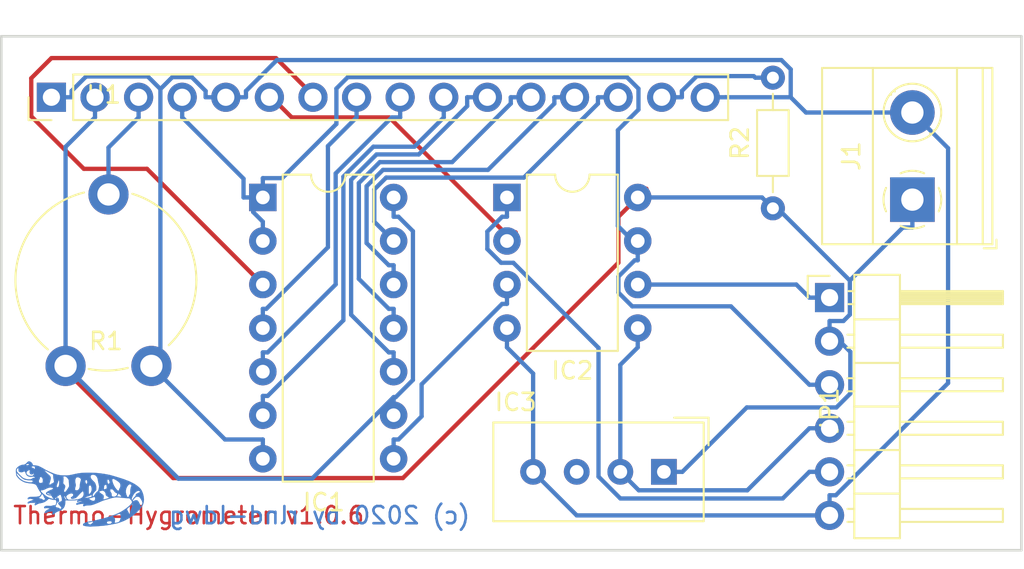
<source format=kicad_pcb>
(kicad_pcb (version 20171130) (host pcbnew 5.1.7)

  (general
    (thickness 1.6)
    (drawings 6)
    (tracks 206)
    (zones 0)
    (modules 9)
    (nets 20)
  )

  (page A4)
  (layers
    (0 F.Cu signal)
    (31 B.Cu signal)
    (32 B.Adhes user hide)
    (33 F.Adhes user hide)
    (34 B.Paste user hide)
    (35 F.Paste user hide)
    (36 B.SilkS user hide)
    (37 F.SilkS user hide)
    (38 B.Mask user hide)
    (39 F.Mask user hide)
    (40 Dwgs.User user hide)
    (41 Cmts.User user hide)
    (42 Eco1.User user hide)
    (43 Eco2.User user hide)
    (44 Edge.Cuts user)
    (45 Margin user hide)
    (46 B.CrtYd user hide)
    (47 F.CrtYd user)
    (48 B.Fab user hide)
    (49 F.Fab user)
  )

  (setup
    (last_trace_width 0.25)
    (trace_clearance 0.2)
    (zone_clearance 0.508)
    (zone_45_only no)
    (trace_min 0.2)
    (via_size 0.8)
    (via_drill 0.4)
    (via_min_size 0.4)
    (via_min_drill 0.3)
    (uvia_size 0.3)
    (uvia_drill 0.1)
    (uvias_allowed no)
    (uvia_min_size 0.2)
    (uvia_min_drill 0.1)
    (edge_width 0.1)
    (segment_width 0.2)
    (pcb_text_width 0.3)
    (pcb_text_size 1.5 1.5)
    (mod_edge_width 0.15)
    (mod_text_size 1 1)
    (mod_text_width 0.15)
    (pad_size 1.524 1.524)
    (pad_drill 0.762)
    (pad_to_mask_clearance 0)
    (aux_axis_origin 0 0)
    (visible_elements FEFDA83F)
    (pcbplotparams
      (layerselection 0x010f0_ffffffff)
      (usegerberextensions false)
      (usegerberattributes false)
      (usegerberadvancedattributes false)
      (creategerberjobfile false)
      (excludeedgelayer true)
      (linewidth 0.100000)
      (plotframeref false)
      (viasonmask false)
      (mode 1)
      (useauxorigin false)
      (hpglpennumber 1)
      (hpglpenspeed 20)
      (hpglpendiameter 15.000000)
      (psnegative false)
      (psa4output false)
      (plotreference true)
      (plotvalue true)
      (plotinvisibletext false)
      (padsonsilk false)
      (subtractmaskfromsilk false)
      (outputformat 1)
      (mirror false)
      (drillshape 0)
      (scaleselection 1)
      (outputdirectory ""))
  )

  (net 0 "")
  (net 1 GND)
  (net 2 +5V)
  (net 3 "Net-(IC2-Pad6)")
  (net 4 "Net-(IC2-Pad5)")
  (net 5 "Net-(IC2-Pad1)")
  (net 6 "Net-(IC3-Pad3)")
  (net 7 "Net-(IC1-Pad13)")
  (net 8 "Net-(IC1-Pad6)")
  (net 9 "Net-(IC1-Pad12)")
  (net 10 "Net-(IC1-Pad5)")
  (net 11 "Net-(IC1-Pad11)")
  (net 12 "Net-(IC1-Pad4)")
  (net 13 "Net-(IC1-Pad10)")
  (net 14 "Net-(IC1-Pad3)")
  (net 15 "Net-(IC1-Pad1)")
  (net 16 "Net-(IC2-Pad2)")
  (net 17 "Net-(R1-Pad2)")
  (net 18 "Net-(R2-Pad2)")
  (net 19 "Net-(IC1-Pad8)")

  (net_class Default "Dies ist die voreingestellte Netzklasse."
    (clearance 0.2)
    (trace_width 0.25)
    (via_dia 0.8)
    (via_drill 0.4)
    (uvia_dia 0.3)
    (uvia_drill 0.1)
    (add_net +5V)
    (add_net GND)
    (add_net "Net-(IC1-Pad1)")
    (add_net "Net-(IC1-Pad10)")
    (add_net "Net-(IC1-Pad11)")
    (add_net "Net-(IC1-Pad12)")
    (add_net "Net-(IC1-Pad13)")
    (add_net "Net-(IC1-Pad3)")
    (add_net "Net-(IC1-Pad4)")
    (add_net "Net-(IC1-Pad5)")
    (add_net "Net-(IC1-Pad6)")
    (add_net "Net-(IC1-Pad8)")
    (add_net "Net-(IC2-Pad1)")
    (add_net "Net-(IC2-Pad2)")
    (add_net "Net-(IC2-Pad5)")
    (add_net "Net-(IC2-Pad6)")
    (add_net "Net-(IC3-Pad3)")
    (add_net "Net-(R1-Pad2)")
    (add_net "Net-(R2-Pad2)")
  )

  (module my:Logomini (layer F.Cu) (tedit 5E5BB945) (tstamp 5E8140E0)
    (at 25.4 46.99)
    (fp_text reference G*** (at 0 0) (layer F.SilkS) hide
      (effects (font (size 1.524 1.524) (thickness 0.3)))
    )
    (fp_text value LOGO (at 0.75 0) (layer F.SilkS) hide
      (effects (font (size 1.524 1.524) (thickness 0.3)))
    )
    (fp_poly (pts (xy -2.902431 -1.86972) (xy -2.850726 -1.843803) (xy -2.803461 -1.804551) (xy -2.764993 -1.754086)
      (xy -2.741376 -1.700445) (xy -2.72757 -1.654639) (xy -2.61156 -1.646952) (xy -2.548518 -1.640355)
      (xy -2.484771 -1.62971) (xy -2.431899 -1.617042) (xy -2.421596 -1.613747) (xy -2.376804 -1.595739)
      (xy -2.317352 -1.568359) (xy -2.250382 -1.535262) (xy -2.183041 -1.500102) (xy -2.122472 -1.466534)
      (xy -2.07582 -1.438213) (xy -2.06756 -1.432652) (xy -2.025796 -1.407061) (xy -1.96529 -1.374459)
      (xy -1.890941 -1.337117) (xy -1.807651 -1.297305) (xy -1.72032 -1.257295) (xy -1.633849 -1.219357)
      (xy -1.553138 -1.185762) (xy -1.483088 -1.15878) (xy -1.456022 -1.149291) (xy -1.379184 -1.124592)
      (xy -1.310369 -1.105458) (xy -1.243468 -1.090837) (xy -1.172369 -1.079672) (xy -1.090963 -1.070908)
      (xy -0.993137 -1.063492) (xy -0.9398 -1.060174) (xy -0.828686 -1.0571) (xy -0.719324 -1.061894)
      (xy -0.605234 -1.075277) (xy -0.479931 -1.097969) (xy -0.362901 -1.12436) (xy -0.217904 -1.156746)
      (xy -0.080032 -1.181706) (xy 0.057178 -1.199945) (xy 0.200186 -1.212168) (xy 0.355453 -1.219079)
      (xy 0.52705 -1.221379) (xy 0.822167 -1.214325) (xy 1.11333 -1.191729) (xy 1.407867 -1.15282)
      (xy 1.713105 -1.096829) (xy 1.7145 -1.09654) (xy 1.755632 -1.086783) (xy 1.814273 -1.071153)
      (xy 1.887099 -1.050675) (xy 1.970787 -1.026376) (xy 2.062017 -0.999282) (xy 2.157464 -0.970419)
      (xy 2.253806 -0.940812) (xy 2.347722 -0.911487) (xy 2.435889 -0.883471) (xy 2.514984 -0.85779)
      (xy 2.581684 -0.835468) (xy 2.632668 -0.817533) (xy 2.664613 -0.805011) (xy 2.67335 -0.800454)
      (xy 2.691751 -0.791439) (xy 2.725919 -0.778338) (xy 2.7559 -0.768119) (xy 2.822914 -0.74325)
      (xy 2.904771 -0.707958) (xy 2.994852 -0.66541) (xy 3.08654 -0.618773) (xy 3.17322 -0.571215)
      (xy 3.2004 -0.555382) (xy 3.293556 -0.495245) (xy 3.382733 -0.428502) (xy 3.463014 -0.359366)
      (xy 3.529487 -0.292053) (xy 3.575027 -0.234146) (xy 3.621049 -0.152365) (xy 3.662649 -0.055387)
      (xy 3.696081 0.046595) (xy 3.717599 0.143388) (xy 3.720054 0.160525) (xy 3.72741 0.217561)
      (xy 3.734652 0.273154) (xy 3.740275 0.315748) (xy 3.740509 0.3175) (xy 3.7412 0.365798)
      (xy 3.734222 0.42997) (xy 3.721181 0.502245) (xy 3.703682 0.57485) (xy 3.683331 0.640013)
      (xy 3.664741 0.684237) (xy 3.62431 0.750781) (xy 3.566126 0.828088) (xy 3.493563 0.912818)
      (xy 3.409996 1.001635) (xy 3.318797 1.091201) (xy 3.223341 1.178176) (xy 3.127002 1.259225)
      (xy 3.033155 1.331008) (xy 2.9616 1.379864) (xy 2.922097 1.404466) (xy 2.88899 1.423905)
      (xy 2.871268 1.433111) (xy 2.852547 1.442474) (xy 2.817083 1.461524) (xy 2.7702 1.487366)
      (xy 2.724145 1.513185) (xy 2.659074 1.547785) (xy 2.587961 1.582156) (xy 2.521529 1.611251)
      (xy 2.4892 1.62378) (xy 2.427448 1.646152) (xy 2.362501 1.669911) (xy 2.306796 1.690503)
      (xy 2.2987 1.693526) (xy 2.237883 1.713431) (xy 2.158769 1.734309) (xy 2.059556 1.756565)
      (xy 1.938446 1.780607) (xy 1.813183 1.803414) (xy 1.749026 1.814874) (xy 1.687883 1.826068)
      (xy 1.637759 1.835517) (xy 1.61224 1.840563) (xy 1.570806 1.847389) (xy 1.508545 1.855412)
      (xy 1.42998 1.864216) (xy 1.33963 1.873384) (xy 1.24202 1.882502) (xy 1.14167 1.891154)
      (xy 1.043103 1.898924) (xy 0.95084 1.905398) (xy 0.869403 1.910159) (xy 0.839755 1.911539)
      (xy 0.771196 1.914595) (xy 0.71125 1.917601) (xy 0.664679 1.920292) (xy 0.636245 1.922403)
      (xy 0.630205 1.923185) (xy 0.611506 1.92371) (xy 0.574671 1.922018) (xy 0.526834 1.918469)
      (xy 0.51435 1.917366) (xy 0.436388 1.908732) (xy 0.360068 1.89757) (xy 0.292133 1.885054)
      (xy 0.23933 1.87236) (xy 0.220252 1.86614) (xy 0.199553 1.85424) (xy 0.192157 1.83422)
      (xy 0.192907 1.806597) (xy 0.197691 1.777646) (xy 0.21014 1.757214) (xy 0.236248 1.73799)
      (xy 0.26035 1.724327) (xy 0.308447 1.702013) (xy 0.465547 1.702013) (xy 0.478966 1.721107)
      (xy 0.494949 1.735673) (xy 0.539337 1.770486) (xy 0.576719 1.794067) (xy 0.60133 1.802949)
      (xy 0.619102 1.79823) (xy 0.648556 1.786069) (xy 0.653318 1.783845) (xy 0.67582 1.768447)
      (xy 0.706965 1.741419) (xy 0.741462 1.708139) (xy 0.774022 1.673984) (xy 0.777615 1.669778)
      (xy 1.5748 1.669778) (xy 1.584868 1.710301) (xy 1.610106 1.746024) (xy 1.63696 1.763849)
      (xy 1.679658 1.771022) (xy 1.733116 1.768904) (xy 1.785793 1.758893) (xy 1.826148 1.742387)
      (xy 1.8288 1.740618) (xy 1.856958 1.7089) (xy 1.865665 1.67178) (xy 1.854505 1.636848)
      (xy 1.835489 1.618304) (xy 1.801372 1.60587) (xy 1.755795 1.602214) (xy 1.705015 1.6061)
      (xy 1.655286 1.616294) (xy 1.612866 1.631559) (xy 1.584008 1.650661) (xy 1.5748 1.669778)
      (xy 0.777615 1.669778) (xy 0.799355 1.644334) (xy 0.812171 1.624565) (xy 0.8128 1.621714)
      (xy 0.80144 1.621765) (xy 0.771255 1.626841) (xy 0.72809 1.635912) (xy 0.714311 1.639066)
      (xy 0.656491 1.651657) (xy 0.598318 1.662909) (xy 0.552077 1.670454) (xy 0.550837 1.67062)
      (xy 0.499571 1.678994) (xy 0.471779 1.688717) (xy 0.465547 1.702013) (xy 0.308447 1.702013)
      (xy 0.342665 1.686138) (xy 0.433843 1.654695) (xy 0.521164 1.634225) (xy 0.53975 1.631464)
      (xy 0.622074 1.61893) (xy 0.72176 1.600613) (xy 0.831813 1.577945) (xy 0.945239 1.552358)
      (xy 1.0414 1.528792) (xy 1.116875 1.509818) (xy 1.195837 1.49048) (xy 1.268949 1.473035)
      (xy 1.326877 1.459741) (xy 1.32715 1.459681) (xy 1.408409 1.439346) (xy 1.507625 1.41081)
      (xy 1.619431 1.375927) (xy 1.73846 1.336556) (xy 1.773649 1.324329) (xy 1.917494 1.324329)
      (xy 1.966975 1.360717) (xy 2.015869 1.406366) (xy 2.044405 1.458873) (xy 2.054676 1.523446)
      (xy 2.052604 1.573788) (xy 2.047235 1.621814) (xy 2.041311 1.663155) (xy 2.0368 1.685925)
      (xy 2.032568 1.702798) (xy 2.034862 1.711298) (xy 2.048725 1.712446) (xy 2.0792 1.707262)
      (xy 2.110749 1.700891) (xy 2.184469 1.684768) (xy 2.23773 1.669349) (xy 2.275277 1.652171)
      (xy 2.301855 1.630769) (xy 2.322207 1.602682) (xy 2.33092 1.586571) (xy 2.368306 1.497914)
      (xy 2.390908 1.411048) (xy 2.398052 1.330875) (xy 2.389063 1.262292) (xy 2.379238 1.235805)
      (xy 2.353597 1.195149) (xy 2.323267 1.176712) (xy 2.283863 1.179266) (xy 2.24027 1.196869)
      (xy 2.194136 1.218494) (xy 2.139582 1.241515) (xy 2.071469 1.268004) (xy 1.984656 1.300027)
      (xy 1.977922 1.302466) (xy 1.917494 1.324329) (xy 1.773649 1.324329) (xy 1.859346 1.294553)
      (xy 1.976722 1.251775) (xy 2.085221 1.210078) (xy 2.179477 1.17132) (xy 2.242388 1.143026)
      (xy 2.366436 1.07902) (xy 2.492238 1.004989) (xy 2.599651 0.934463) (xy 2.757499 0.934463)
      (xy 2.775586 0.976433) (xy 2.789632 0.998352) (xy 2.818739 1.046882) (xy 2.849766 1.107814)
      (xy 2.876924 1.169349) (xy 2.888089 1.199098) (xy 2.898276 1.215605) (xy 2.908694 1.207392)
      (xy 2.919036 1.175136) (xy 2.928994 1.119509) (xy 2.931011 1.1049) (xy 2.947267 1.025696)
      (xy 2.976758 0.942492) (xy 2.997929 0.89535) (xy 3.02603 0.832591) (xy 3.043608 0.782416)
      (xy 3.053332 0.735702) (xy 3.057403 0.69215) (xy 3.062569 0.60325) (xy 2.981134 0.687015)
      (xy 2.933889 0.733247) (xy 2.88228 0.780067) (xy 2.836019 0.818731) (xy 2.8278 0.825066)
      (xy 2.782435 0.864097) (xy 2.759392 0.89879) (xy 2.757499 0.934463) (xy 2.599651 0.934463)
      (xy 2.615526 0.92404) (xy 2.732032 0.839279) (xy 2.83749 0.753813) (xy 2.927631 0.670746)
      (xy 2.998189 0.593185) (xy 2.998672 0.592584) (xy 3.030563 0.545644) (xy 3.044907 0.502825)
      (xy 3.040882 0.460132) (xy 3.029994 0.438291) (xy 3.081561 0.438291) (xy 3.08982 0.445887)
      (xy 3.108226 0.443288) (xy 3.141394 0.429344) (xy 3.165875 0.417294) (xy 3.240161 0.389142)
      (xy 3.30546 0.383954) (xy 3.361012 0.401721) (xy 3.386635 0.420804) (xy 3.41044 0.450214)
      (xy 3.439083 0.496023) (xy 3.468708 0.550765) (xy 3.495454 0.606975) (xy 3.515463 0.657187)
      (xy 3.523606 0.6858) (xy 3.533493 0.733356) (xy 3.540819 0.759428) (xy 3.547752 0.76749)
      (xy 3.556462 0.761012) (xy 3.564108 0.750643) (xy 3.57984 0.725399) (xy 3.601752 0.686905)
      (xy 3.620052 0.652999) (xy 3.640294 0.60782) (xy 3.653926 0.564569) (xy 3.6576 0.539448)
      (xy 3.65064 0.503312) (xy 3.631899 0.453028) (xy 3.604584 0.394955) (xy 3.571902 0.335452)
      (xy 3.537062 0.280877) (xy 3.50809 0.243049) (xy 3.476097 0.209562) (xy 3.447589 0.191452)
      (xy 3.412256 0.182769) (xy 3.40118 0.181378) (xy 3.340331 0.179045) (xy 3.292605 0.189985)
      (xy 3.247902 0.217186) (xy 3.230118 0.231958) (xy 3.195106 0.266392) (xy 3.159215 0.307883)
      (xy 3.126216 0.351192) (xy 3.099882 0.391079) (xy 3.083986 0.422304) (xy 3.081561 0.438291)
      (xy 3.029994 0.438291) (xy 3.01767 0.413571) (xy 2.97445 0.359147) (xy 2.944107 0.326734)
      (xy 2.933487 0.315785) (xy 3.026491 0.315785) (xy 3.02945 0.351592) (xy 3.03481 0.361359)
      (xy 3.049733 0.377433) (xy 3.054815 0.381) (xy 3.062865 0.371122) (xy 3.079977 0.345497)
      (xy 3.097851 0.31708) (xy 3.129362 0.272709) (xy 3.169981 0.224377) (xy 3.20054 0.192728)
      (xy 3.238963 0.152287) (xy 3.258997 0.120638) (xy 3.2639 0.097063) (xy 3.265408 0.071457)
      (xy 3.271946 0.049988) (xy 3.286533 0.030288) (xy 3.31219 0.009985) (xy 3.351937 -0.013293)
      (xy 3.408793 -0.041914) (xy 3.485778 -0.078251) (xy 3.489325 -0.079901) (xy 3.512598 -0.09471)
      (xy 3.514328 -0.111189) (xy 3.49459 -0.134963) (xy 3.490105 -0.139206) (xy 3.447841 -0.162467)
      (xy 3.396589 -0.162815) (xy 3.33743 -0.140657) (xy 3.271442 -0.0964) (xy 3.199705 -0.03045)
      (xy 3.198599 -0.029307) (xy 3.157009 0.020584) (xy 3.117995 0.079693) (xy 3.083497 0.143394)
      (xy 3.055454 0.20706) (xy 3.035805 0.266066) (xy 3.026491 0.315785) (xy 2.933487 0.315785)
      (xy 2.88925 0.270181) (xy 2.7051 0.261701) (xy 2.628433 0.257173) (xy 2.550656 0.250866)
      (xy 2.480196 0.243566) (xy 2.425479 0.236062) (xy 2.41935 0.235003) (xy 2.363191 0.22738)
      (xy 2.29208 0.221233) (xy 2.216453 0.21733) (xy 2.165832 0.216343) (xy 2.115559 0.216436)
      (xy 2.073648 0.217613) (xy 2.035366 0.220726) (xy 1.99598 0.22663) (xy 1.950754 0.236178)
      (xy 1.894955 0.250223) (xy 1.823849 0.269618) (xy 1.740382 0.293052) (xy 1.632556 0.323595)
      (xy 1.545208 0.348759) (xy 1.474324 0.369886) (xy 1.415887 0.388316) (xy 1.365882 0.405391)
      (xy 1.320292 0.422452) (xy 1.275103 0.440839) (xy 1.226298 0.461893) (xy 1.20015 0.473455)
      (xy 1.075914 0.528088) (xy 0.97103 0.572652) (xy 0.882009 0.608189) (xy 0.805365 0.635744)
      (xy 0.737607 0.656359) (xy 0.675249 0.671077) (xy 0.614801 0.680941) (xy 0.552776 0.686995)
      (xy 0.485685 0.690281) (xy 0.47388 0.690629) (xy 0.403709 0.693613) (xy 0.354118 0.698535)
      (xy 0.320318 0.706097) (xy 0.298523 0.716334) (xy 0.255418 0.734929) (xy 0.221084 0.73283)
      (xy 0.199365 0.714034) (xy 0.19411 0.682539) (xy 0.209163 0.642343) (xy 0.216663 0.631251)
      (xy 0.245046 0.59286) (xy 0.112513 0.600366) (xy 0.04744 0.605885) (xy -0.013263 0.614283)
      (xy -0.061082 0.624266) (xy -0.076685 0.629138) (xy -0.118035 0.642533) (xy -0.154858 0.651014)
      (xy -0.1651 0.652227) (xy -0.187857 0.649419) (xy -0.198014 0.6326) (xy -0.200739 0.613995)
      (xy -0.197606 0.578661) (xy -0.176711 0.55439) (xy -0.175977 0.553871) (xy -0.15049 0.540918)
      (xy -0.105326 0.522867) (xy -0.045285 0.501406) (xy 0.024835 0.478225) (xy 0.100233 0.455016)
      (xy 0.127 0.447193) (xy 0.148793 0.440374) (xy 0.153144 0.436406) (xy 0.13757 0.434378)
      (xy 0.099586 0.433379) (xy 0.0889 0.43322) (xy 0.024434 0.436491) (xy -0.030017 0.450272)
      (xy -0.058286 0.462145) (xy -0.104552 0.480324) (xy -0.134673 0.483616) (xy -0.144011 0.480439)
      (xy -0.162419 0.462231) (xy -0.159015 0.438813) (xy -0.133169 0.408134) (xy -0.117475 0.394267)
      (xy -0.091678 0.370467) (xy -0.087103 0.360148) (xy -0.09525 0.360512) (xy -0.165615 0.37381)
      (xy -0.255202 0.384634) (xy -0.357923 0.392674) (xy -0.467693 0.397617) (xy -0.578425 0.399152)
      (xy -0.684032 0.396966) (xy -0.74295 0.3937) (xy -0.83185 0.38735) (xy -0.840249 0.508)
      (xy -0.854358 0.626499) (xy -0.879242 0.724318) (xy -0.915827 0.80419) (xy -0.961489 0.865106)
      (xy -1.042353 0.939342) (xy -1.123848 0.990291) (xy -1.194839 1.015036) (xy -1.28438 1.044236)
      (xy -1.373619 1.091001) (xy -1.452209 1.149566) (xy -1.474264 1.170726) (xy -1.507313 1.203978)
      (xy -1.528659 1.221436) (xy -1.543917 1.225891) (xy -1.558699 1.220132) (xy -1.565226 1.215934)
      (xy -1.584392 1.196858) (xy -1.592329 1.168092) (xy -1.59314 1.141327) (xy -1.59024 1.100949)
      (xy -1.583875 1.068173) (xy -1.58152 1.061704) (xy -1.577777 1.050213) (xy -1.582297 1.043565)
      (xy -1.599496 1.040991) (xy -1.633789 1.04172) (xy -1.680666 1.044424) (xy -1.744908 1.050317)
      (xy -1.79624 1.060774) (xy -1.847114 1.078973) (xy -1.88728 1.097145) (xy -1.942822 1.122658)
      (xy -1.980413 1.136996) (xy -2.004531 1.140899) (xy -2.019656 1.135108) (xy -2.030053 1.120775)
      (xy -2.033934 1.087512) (xy -2.030083 1.079394) (xy -1.9812 1.079394) (xy -1.972324 1.082877)
      (xy -1.950707 1.072795) (xy -1.94945 1.071982) (xy -1.926779 1.05351) (xy -1.9177 1.039189)
      (xy -1.909602 1.033482) (xy -1.903038 1.036262) (xy -1.894461 1.037872) (xy -1.898627 1.028738)
      (xy -1.906114 1.02235) (xy -1.8796 1.02235) (xy -1.87325 1.0287) (xy -1.8669 1.02235)
      (xy -1.87325 1.016) (xy -1.8796 1.02235) (xy -1.906114 1.02235) (xy -1.909901 1.019119)
      (xy -1.922814 1.030738) (xy -1.946941 1.051584) (xy -1.958975 1.057663) (xy -1.977702 1.070891)
      (xy -1.9812 1.079394) (xy -2.030083 1.079394) (xy -2.015652 1.048974) (xy -1.977331 1.007333)
      (xy -1.921093 0.964758) (xy -1.849061 0.923419) (xy -1.826092 0.91224) (xy -1.782545 0.891231)
      (xy -1.759428 0.87787) (xy -1.753891 0.869643) (xy -1.763082 0.864037) (xy -1.769341 0.862205)
      (xy -1.815642 0.852818) (xy -1.869553 0.84629) (xy -1.923391 0.843029) (xy -1.969474 0.843445)
      (xy -2.000119 0.847947) (xy -2.004356 0.849698) (xy -2.039029 0.857567) (xy -2.066208 0.843738)
      (xy -2.076671 0.824806) (xy -2.075894 0.788711) (xy -2.051238 0.755413) (xy -2.011879 0.730592)
      (xy -1.988047 0.721105) (xy -1.961392 0.715489) (xy -1.926163 0.713368) (xy -1.876611 0.714365)
      (xy -1.814508 0.717645) (xy -1.746999 0.721141) (xy -1.699028 0.721861) (xy -1.664843 0.719428)
      (xy -1.638697 0.713465) (xy -1.61716 0.704709) (xy -1.577222 0.691482) (xy -1.526495 0.682027)
      (xy -1.497953 0.679491) (xy -1.455779 0.676334) (xy -1.423494 0.671564) (xy -1.411391 0.667794)
      (xy -1.39932 0.6502) (xy -1.385573 0.61577) (xy -1.372613 0.572726) (xy -1.362903 0.529292)
      (xy -1.358907 0.493692) (xy -1.358901 0.492587) (xy -1.363958 0.455616) (xy -1.37624 0.414945)
      (xy -1.377302 0.412342) (xy -1.391091 0.38481) (xy -1.408054 0.372036) (xy -1.437685 0.36843)
      (xy -1.4521 0.3683) (xy -1.501696 0.365081) (xy -1.564756 0.356544) (xy -1.632288 0.344369)
      (xy -1.695303 0.330236) (xy -1.744808 0.315823) (xy -1.756146 0.311503) (xy -1.799184 0.293521)
      (xy -1.872692 0.363033) (xy -1.964553 0.438593) (xy -2.06202 0.494992) (xy -2.170957 0.534999)
      (xy -2.290269 0.560325) (xy -2.371558 0.57675) (xy -2.440258 0.600695) (xy -2.509023 0.636895)
      (xy -2.530633 0.650265) (xy -2.567536 0.671861) (xy -2.590767 0.679654) (xy -2.606682 0.675463)
      (xy -2.610008 0.672969) (xy -2.627103 0.644291) (xy -2.623073 0.608254) (xy -2.598711 0.570338)
      (xy -2.594527 0.56599) (xy -2.560154 0.531617) (xy -2.744702 0.535939) (xy -2.821015 0.538249)
      (xy -2.876399 0.541411) (xy -2.915325 0.545982) (xy -2.942264 0.552517) (xy -2.961684 0.561569)
      (xy -2.964251 0.563196) (xy -2.999879 0.578946) (xy -3.024193 0.573549) (xy -3.034966 0.547731)
      (xy -3.0353 0.540024) (xy -3.028748 0.51057) (xy -3.00692 0.485688) (xy -2.966563 0.462936)
      (xy -2.904422 0.439871) (xy -2.89993 0.438424) (xy -2.840986 0.417142) (xy -2.778119 0.390768)
      (xy -2.73685 0.371019) (xy -2.66065 0.331421) (xy -2.709064 0.33081) (xy -2.7509 0.326275)
      (xy -2.800349 0.31553) (xy -2.820561 0.309566) (xy -2.86012 0.297988) (xy -2.888512 0.295608)
      (xy -2.918296 0.30255) (xy -2.940825 0.31077) (xy -2.989343 0.325003) (xy -3.019485 0.322945)
      (xy -3.032733 0.304146) (xy -3.032976 0.282647) (xy -3.024044 0.256677) (xy -3.006661 0.240712)
      (xy -2.363729 0.240712) (xy -2.35503 0.267339) (xy -2.326897 0.286236) (xy -2.288976 0.2921)
      (xy -2.243748 0.297868) (xy -2.200269 0.317625) (xy -2.154851 0.351136) (xy -2.121184 0.374543)
      (xy -2.09397 0.378403) (xy -2.063841 0.363042) (xy -2.052763 0.354678) (xy -2.028804 0.332065)
      (xy -2.021624 0.310582) (xy -2.031486 0.283635) (xy -2.057052 0.246737) (xy -2.081887 0.206844)
      (xy -2.099575 0.165687) (xy -2.103016 0.1524) (xy -2.114585 0.121657) (xy -2.135961 0.08634)
      (xy -2.161569 0.053771) (xy -2.185834 0.031268) (xy -2.199752 0.0254) (xy -2.209972 0.036076)
      (xy -2.225992 0.063799) (xy -2.24094 0.095088) (xy -2.26542 0.141788) (xy -2.291844 0.17109)
      (xy -2.31698 0.18634) (xy -2.351533 0.211872) (xy -2.363729 0.240712) (xy -3.006661 0.240712)
      (xy -3.000287 0.234858) (xy -2.972285 0.219075) (xy -2.943333 0.206182) (xy -2.913458 0.1978)
      (xy -2.876194 0.193009) (xy -2.825075 0.190889) (xy -2.771249 0.1905) (xy -2.676651 0.188756)
      (xy -2.584799 0.183857) (xy -2.500369 0.176302) (xy -2.428035 0.16659) (xy -2.372471 0.15522)
      (xy -2.342087 0.144706) (xy -2.313098 0.120854) (xy -2.283744 0.082368) (xy -2.260116 0.038997)
      (xy -2.248308 0.000493) (xy -2.2479 -0.006018) (xy -2.25518 -0.024043) (xy -2.274513 -0.055903)
      (xy -2.302143 -0.095554) (xy -2.310638 -0.106943) (xy -2.343047 -0.15417) (xy -2.348042 -0.16236)
      (xy -2.277108 -0.16236) (xy -2.262821 -0.134903) (xy -2.233756 -0.097839) (xy -2.192776 -0.053858)
      (xy -2.142746 -0.005651) (xy -2.086531 0.044093) (xy -2.026996 0.092683) (xy -1.967005 0.137431)
      (xy -1.909422 0.175646) (xy -1.878488 0.193631) (xy -1.825623 0.219627) (xy -1.764648 0.245176)
      (xy -1.700628 0.268677) (xy -1.638626 0.288533) (xy -1.583706 0.303144) (xy -1.540932 0.310911)
      (xy -1.515368 0.310235) (xy -1.512947 0.309069) (xy -1.518508 0.299491) (xy -1.534353 0.282325)
      (xy -1.464896 0.282325) (xy -1.434123 0.30598) (xy -1.410137 0.322798) (xy -1.395836 0.329917)
      (xy -1.387951 0.319169) (xy -1.377081 0.291837) (xy -1.372884 0.278676) (xy -1.361556 0.246331)
      (xy -1.348257 0.232258) (xy -1.324828 0.230095) (xy -1.311811 0.231051) (xy -1.267954 0.24412)
      (xy -1.236948 0.275875) (xy -1.217534 0.328129) (xy -1.210205 0.377438) (xy -1.207442 0.422339)
      (xy -1.210398 0.450533) (xy -1.220693 0.470382) (xy -1.230283 0.480982) (xy -1.259905 0.500853)
      (xy -1.287377 0.508) (xy -1.304914 0.511232) (xy -1.317793 0.524574) (xy -1.329662 0.553495)
      (xy -1.339295 0.585842) (xy -1.35628 0.63352) (xy -1.376878 0.673338) (xy -1.391138 0.691489)
      (xy -1.410798 0.712595) (xy -1.413256 0.730749) (xy -1.401977 0.756232) (xy -1.381026 0.78941)
      (xy -1.356653 0.806418) (xy -1.319654 0.812464) (xy -1.30175 0.812958) (xy -1.251236 0.822163)
      (xy -1.201222 0.851133) (xy -1.201063 0.851253) (xy -1.153419 0.879812) (xy -1.114648 0.887578)
      (xy -1.086837 0.874325) (xy -1.079947 0.864434) (xy -1.070332 0.840876) (xy -1.070178 0.818308)
      (xy -1.08161 0.792438) (xy -1.106753 0.758973) (xy -1.147729 0.713621) (xy -1.16205 0.6985)
      (xy -1.200922 0.65604) (xy -1.232137 0.618796) (xy -1.252021 0.591355) (xy -1.2573 0.579628)
      (xy -1.245899 0.547026) (xy -1.215499 0.513451) (xy -1.171802 0.483838) (xy -1.123625 0.464001)
      (xy -1.082384 0.450094) (xy -1.059614 0.435876) (xy -1.048761 0.416676) (xy -1.046855 0.409268)
      (xy -1.03961 0.378149) (xy -1.034723 0.359646) (xy -1.035332 0.339698) (xy -1.041489 0.302362)
      (xy -1.05155 0.254616) (xy -1.063873 0.203432) (xy -1.076816 0.155786) (xy -1.080358 0.14475)
      (xy -0.922661 0.14475) (xy -0.877937 0.243206) (xy -0.85496 0.291845) (xy -0.837564 0.321793)
      (xy -0.82182 0.337915) (xy -0.8038 0.345073) (xy -0.794432 0.346598) (xy -0.766625 0.350637)
      (xy -0.753386 0.353527) (xy -0.753334 0.353567) (xy -0.758547 0.345094) (xy -0.774436 0.320975)
      (xy -0.795424 0.289612) (xy -0.820468 0.248557) (xy -0.839419 0.210458) (xy -0.846704 0.189257)
      (xy -0.85304 0.175988) (xy -0.787414 0.175988) (xy -0.781736 0.220131) (xy -0.753445 0.271532)
      (xy -0.748547 0.278424) (xy -0.724703 0.308811) (xy -0.700445 0.331899) (xy -0.672229 0.348357)
      (xy -0.636512 0.358856) (xy -0.58975 0.364068) (xy -0.528401 0.364662) (xy -0.44892 0.36131)
      (xy -0.347764 0.354682) (xy -0.346208 0.354571) (xy -0.213057 0.342451) (xy -0.102547 0.326102)
      (xy -0.012124 0.304515) (xy 0.050263 0.28069) (xy 0.530185 0.28069) (xy 0.56015 0.312587)
      (xy 0.622029 0.363424) (xy 0.698807 0.403145) (xy 0.728017 0.413518) (xy 0.780455 0.42722)
      (xy 0.816904 0.428812) (xy 0.843976 0.417779) (xy 0.860015 0.403225) (xy 0.888104 0.355442)
      (xy 0.898644 0.29822) (xy 0.891162 0.24084) (xy 0.870404 0.19904) (xy 0.855442 0.183747)
      (xy 0.839183 0.185684) (xy 0.82338 0.195124) (xy 0.795231 0.208176) (xy 0.747624 0.224613)
      (xy 0.686 0.242792) (xy 0.615798 0.261073) (xy 0.566717 0.272552) (xy 0.530185 0.28069)
      (xy 0.050263 0.28069) (xy 0.060764 0.27668) (xy 0.066754 0.27305) (xy 0.1778 0.27305)
      (xy 0.18415 0.2794) (xy 0.1905 0.27305) (xy 0.18415 0.2667) (xy 0.1778 0.27305)
      (xy 0.066754 0.27305) (xy 0.082244 0.263663) (xy 0.221408 0.263663) (xy 0.233891 0.265697)
      (xy 0.250363 0.263362) (xy 0.25056 0.259027) (xy 0.233562 0.255995) (xy 0.226218 0.258024)
      (xy 0.221408 0.263663) (xy 0.082244 0.263663) (xy 0.099132 0.253429) (xy 0.263784 0.253429)
      (xy 0.370017 0.246095) (xy 0.436729 0.239234) (xy 0.512354 0.22808) (xy 0.58128 0.214955)
      (xy 0.585585 0.213992) (xy 0.694921 0.189223) (xy 0.69603 0.111006) (xy 0.696128 0.069641)
      (xy 0.694254 0.050468) (xy 0.689428 0.050299) (xy 0.681626 0.064019) (xy 0.657994 0.09008)
      (xy 0.634682 0.099582) (xy 0.602147 0.109342) (xy 0.5842 0.119876) (xy 0.563929 0.130497)
      (xy 0.528584 0.144197) (xy 0.487698 0.157754) (xy 0.450803 0.167943) (xy 0.4318 0.171409)
      (xy 0.418134 0.177001) (xy 0.388122 0.191182) (xy 0.348036 0.210984) (xy 0.344617 0.212705)
      (xy 0.263784 0.253429) (xy 0.099132 0.253429) (xy 0.118672 0.241589) (xy 0.164153 0.198231)
      (xy 0.164646 0.197502) (xy 0.2286 0.197502) (xy 0.238369 0.196684) (xy 0.262326 0.186369)
      (xy 0.2667 0.18415) (xy 0.292414 0.169177) (xy 0.304638 0.158765) (xy 0.3048 0.158097)
      (xy 0.29503 0.158915) (xy 0.271073 0.16923) (xy 0.2667 0.17145) (xy 0.240985 0.186422)
      (xy 0.228761 0.196834) (xy 0.2286 0.197502) (xy 0.164646 0.197502) (xy 0.199457 0.14605)
      (xy 0.3175 0.14605) (xy 0.32385 0.1524) (xy 0.3302 0.14605) (xy 0.32385 0.1397)
      (xy 0.3175 0.14605) (xy 0.199457 0.14605) (xy 0.199762 0.1456) (xy 0.204312 0.13703)
      (xy 0.207692 0.127) (xy 0.4445 0.127) (xy 0.449146 0.137453) (xy 0.452966 0.135466)
      (xy 0.454486 0.120394) (xy 0.452966 0.118533) (xy 0.445416 0.120276) (xy 0.4445 0.127)
      (xy 0.207692 0.127) (xy 0.218565 0.094741) (xy 0.220148 0.08255) (xy 0.5334 0.08255)
      (xy 0.53975 0.0889) (xy 0.5461 0.08255) (xy 0.543983 0.080433) (xy 0.575733 0.080433)
      (xy 0.577476 0.087983) (xy 0.5842 0.0889) (xy 0.594653 0.084253) (xy 0.592666 0.080433)
      (xy 0.577594 0.078913) (xy 0.575733 0.080433) (xy 0.543983 0.080433) (xy 0.53975 0.0762)
      (xy 0.5334 0.08255) (xy 0.220148 0.08255) (xy 0.225317 0.042761) (xy 0.225122 -0.012429)
      (xy 0.218531 -0.06435) (xy 0.206098 -0.106521) (xy 0.188375 -0.132463) (xy 0.180982 -0.136523)
      (xy 0.161524 -0.130372) (xy 0.127031 -0.104171) (xy 0.077757 -0.058153) (xy 0.013955 0.007447)
      (xy -0.055242 0.08255) (xy -0.115334 0.147787) (xy -0.163431 0.196353) (xy -0.203557 0.231283)
      (xy -0.239737 0.255616) (xy -0.275997 0.272388) (xy -0.316363 0.284636) (xy -0.326272 0.287043)
      (xy -0.394889 0.300477) (xy -0.444596 0.303324) (xy -0.479608 0.295505) (xy -0.497475 0.283781)
      (xy -0.515398 0.262533) (xy -0.516589 0.24765) (xy -0.4445 0.24765) (xy -0.43815 0.254)
      (xy -0.4318 0.24765) (xy -0.43815 0.2413) (xy -0.4445 0.24765) (xy -0.516589 0.24765)
      (xy -0.517028 0.242176) (xy -0.500571 0.218637) (xy -0.489851 0.20955) (xy -0.3937 0.20955)
      (xy -0.38735 0.2159) (xy -0.381 0.20955) (xy -0.38735 0.2032) (xy -0.3937 0.20955)
      (xy -0.489851 0.20955) (xy -0.464237 0.187839) (xy -0.45085 0.1778) (xy -0.41333 0.148731)
      (xy -0.392301 0.126965) (xy -0.383085 0.105772) (xy -0.381002 0.07842) (xy -0.381 0.077354)
      (xy -0.386698 0.03581) (xy -0.406598 0.009743) (xy -0.444913 -0.004799) (xy -0.473082 -0.009071)
      (xy -0.5367 -0.005524) (xy -0.60739 0.015849) (xy -0.677596 0.052112) (xy -0.728944 0.090402)
      (xy -0.769982 0.134334) (xy -0.787414 0.175988) (xy -0.85304 0.175988) (xy -0.860204 0.160985)
      (xy -0.888119 0.14982) (xy -0.922661 0.14475) (xy -1.080358 0.14475) (xy -1.084017 0.13335)
      (xy -0.8509 0.13335) (xy -0.84455 0.1397) (xy -0.8382 0.13335) (xy -0.84455 0.127)
      (xy -0.8509 0.13335) (xy -1.084017 0.13335) (xy -1.088736 0.118652) (xy -1.094982 0.103791)
      (xy -1.111464 0.076959) (xy -1.129077 0.063438) (xy -1.151501 0.064102) (xy -1.182414 0.079824)
      (xy -1.225494 0.111479) (xy -1.265792 0.144361) (xy -1.315324 0.184374) (xy -1.362348 0.220229)
      (xy -1.400875 0.247476) (xy -1.421423 0.260018) (xy -1.464896 0.282325) (xy -1.534353 0.282325)
      (xy -1.537905 0.278477) (xy -1.553311 0.263473) (xy -1.586354 0.224893) (xy -1.613925 0.180376)
      (xy -1.619764 0.167519) (xy -1.63177 0.140316) (xy -1.645294 0.122428) (xy -1.665919 0.111162)
      (xy -1.699227 0.103826) (xy -1.7508 0.097725) (xy -1.767998 0.095998) (xy -1.842558 0.083618)
      (xy -1.899527 0.061836) (xy -1.939925 0.033462) (xy -1.961186 0.004111) (xy -1.900562 0.004111)
      (xy -1.877808 0.023188) (xy -1.831108 0.039421) (xy -1.778 0.050523) (xy -1.716894 0.059641)
      (xy -1.677288 0.061457) (xy -1.656317 0.055844) (xy -1.651 0.044848) (xy -1.659175 0.032124)
      (xy -1.671509 0.034067) (xy -1.693512 0.033018) (xy -1.728696 0.022044) (xy -1.757234 0.00941)
      (xy -1.763589 0.00635) (xy -1.651 0.00635) (xy -1.64465 0.0127) (xy -1.6383 0.00635)
      (xy -1.64465 0) (xy -1.651 0.00635) (xy -1.763589 0.00635) (xy -1.797386 -0.009922)
      (xy -1.83112 -0.024964) (xy -1.84548 -0.030519) (xy -1.861058 -0.043224) (xy -1.859172 -0.053886)
      (xy -1.86032 -0.05821) (xy -1.875745 -0.047109) (xy -1.877417 -0.045657) (xy -1.900167 -0.018581)
      (xy -1.900562 0.004111) (xy -1.961186 0.004111) (xy -1.964369 -0.000282) (xy -1.963571 -0.036256)
      (xy -1.940735 -0.06985) (xy -1.8415 -0.06985) (xy -1.83515 -0.0635) (xy -1.8288 -0.06985)
      (xy -1.83515 -0.0762) (xy -1.8415 -0.06985) (xy -1.940735 -0.06985) (xy -1.937516 -0.074584)
      (xy -1.929077 -0.08255) (xy -1.8161 -0.08255) (xy -1.80975 -0.0762) (xy -1.8034 -0.08255)
      (xy -1.80975 -0.0889) (xy -1.8161 -0.08255) (xy -1.929077 -0.08255) (xy -1.925546 -0.085883)
      (xy -1.889539 -0.111766) (xy -1.837084 -0.142445) (xy -1.775627 -0.174108) (xy -1.712619 -0.202942)
      (xy -1.655507 -0.225135) (xy -1.649693 -0.227077) (xy -1.610458 -0.245695) (xy -1.577436 -0.271375)
      (xy -1.556388 -0.298499) (xy -1.553024 -0.321325) (xy -1.56993 -0.333945) (xy -1.606887 -0.344523)
      (xy -1.658565 -0.352043) (xy -1.719636 -0.355489) (xy -1.732915 -0.3556) (xy -1.784519 -0.348609)
      (xy -1.850571 -0.329132) (xy -1.924826 -0.299415) (xy -2.001038 -0.261703) (xy -2.013935 -0.254549)
      (xy -2.075066 -0.227214) (xy -2.145603 -0.2065) (xy -2.169881 -0.20176) (xy -2.216214 -0.193148)
      (xy -2.253433 -0.184482) (xy -2.273598 -0.177615) (xy -2.273751 -0.177522) (xy -2.277108 -0.16236)
      (xy -2.348042 -0.16236) (xy -2.380404 -0.215415) (xy -2.417289 -0.28151) (xy -2.439342 -0.324567)
      (xy -2.468433 -0.381772) (xy -2.482582 -0.407687) (xy -1.349919 -0.407687) (xy -1.344935 -0.391336)
      (xy -1.322359 -0.371937) (xy -1.290481 -0.371164) (xy -1.256707 -0.388512) (xy -1.246473 -0.398057)
      (xy -1.227635 -0.429137) (xy -1.212749 -0.474806) (xy -1.202027 -0.529953) (xy -1.195682 -0.589465)
      (xy -1.19539 -0.599255) (xy -0.968421 -0.599255) (xy -0.908602 -0.535304) (xy -0.875892 -0.49828)
      (xy -0.857773 -0.470189) (xy -0.850128 -0.442789) (xy -0.848784 -0.415609) (xy -0.853888 -0.372779)
      (xy -0.867056 -0.320717) (xy -0.879892 -0.284707) (xy -0.903509 -0.224761) (xy -0.9166 -0.182364)
      (xy -0.919998 -0.152346) (xy -0.914537 -0.129538) (xy -0.906986 -0.116635) (xy -0.885969 -0.094831)
      (xy -0.863404 -0.090638) (xy -0.836607 -0.105355) (xy -0.802893 -0.140279) (xy -0.769546 -0.183088)
      (xy -0.732014 -0.23619) (xy -0.727496 -0.24306) (xy -0.276415 -0.24306) (xy -0.264896 -0.21213)
      (xy -0.236245 -0.195845) (xy -0.187037 -0.190568) (xy -0.178418 -0.1905) (xy -0.132454 -0.19517)
      (xy -0.098305 -0.212027) (xy -0.089104 -0.219794) (xy 0.520966 -0.219794) (xy 0.521031 -0.153784)
      (xy 0.521921 -0.092484) (xy 0.523641 -0.041516) (xy 0.526197 -0.006501) (xy 0.528408 0.005311)
      (xy 0.542426 0.022893) (xy 0.564213 0.01951) (xy 0.57274 0.0127) (xy 0.6985 0.0127)
      (xy 0.703146 0.023153) (xy 0.706966 0.021166) (xy 0.708486 0.006094) (xy 0.706966 0.004233)
      (xy 0.699416 0.005976) (xy 0.6985 0.0127) (xy 0.57274 0.0127) (xy 0.595446 -0.005431)
      (xy 0.613964 -0.024875) (xy 0.65976 -0.093707) (xy 0.687691 -0.176581) (xy 0.696152 -0.268031)
      (xy 0.694403 -0.299104) (xy 0.684189 -0.362121) (xy 0.667296 -0.416281) (xy 0.645963 -0.456126)
      (xy 0.622426 -0.476198) (xy 0.621686 -0.476445) (xy 0.5828 -0.477013) (xy 0.549468 -0.457281)
      (xy 0.529678 -0.422235) (xy 0.528836 -0.418506) (xy 0.52566 -0.38987) (xy 0.523286 -0.343459)
      (xy 0.521719 -0.284893) (xy 0.520966 -0.219794) (xy -0.089104 -0.219794) (xy -0.085712 -0.222657)
      (xy -0.052811 -0.259047) (xy -0.028564 -0.301418) (xy -0.011478 -0.354507) (xy -0.000062 -0.423053)
      (xy 0.007176 -0.511794) (xy 0.007568 -0.518961) (xy 0.016783 -0.594321) (xy 0.035066 -0.675388)
      (xy 0.044006 -0.704624) (xy 0.32165 -0.704624) (xy 0.331381 -0.652966) (xy 0.355955 -0.599245)
      (xy 0.356374 -0.598555) (xy 0.382475 -0.55576) (xy 0.413487 -0.584894) (xy 0.437328 -0.618289)
      (xy 0.444496 -0.662659) (xy 0.4445 -0.66387) (xy 0.438971 -0.713705) (xy 0.424374 -0.756552)
      (xy 0.403689 -0.786546) (xy 0.3799 -0.797826) (xy 0.376492 -0.797579) (xy 0.344707 -0.781894)
      (xy 0.326259 -0.749254) (xy 0.32165 -0.704624) (xy 0.044006 -0.704624) (xy 0.04623 -0.711894)
      (xy 0.062736 -0.763043) (xy 0.070966 -0.7975) (xy 0.071796 -0.822265) (xy 0.066104 -0.84434)
      (xy 0.063606 -0.850644) (xy 0.035697 -0.889496) (xy -0.00975 -0.923279) (xy -0.064877 -0.947491)
      (xy -0.12183 -0.957631) (xy -0.123182 -0.957664) (xy -0.162337 -0.955684) (xy -0.188165 -0.944391)
      (xy -0.210851 -0.92075) (xy -0.246026 -0.857684) (xy -0.264085 -0.779543) (xy -0.264564 -0.690437)
      (xy -0.24765 -0.5969) (xy -0.232513 -0.525572) (xy -0.230518 -0.468311) (xy -0.241636 -0.417468)
      (xy -0.24693 -0.403733) (xy -0.259553 -0.364484) (xy -0.270577 -0.315195) (xy -0.274226 -0.292273)
      (xy -0.276415 -0.24306) (xy -0.727496 -0.24306) (xy -0.694929 -0.292572) (xy -0.665079 -0.341828)
      (xy -0.659783 -0.351363) (xy -0.619675 -0.42545) (xy -0.626216 -0.5969) (xy -0.629688 -0.663649)
      (xy -0.634526 -0.724109) (xy -0.640132 -0.772249) (xy -0.645905 -0.802037) (xy -0.646846 -0.804805)
      (xy -0.666005 -0.839043) (xy -0.69832 -0.882373) (xy -0.737615 -0.927409) (xy -0.773958 -0.963077)
      (xy 0.628573 -0.963077) (xy 0.643921 -0.912755) (xy 0.677236 -0.857229) (xy 0.730009 -0.793893)
      (xy 0.786433 -0.736625) (xy 0.833793 -0.690436) (xy 0.866754 -0.655669) (xy 0.889368 -0.626285)
      (xy 0.905686 -0.596247) (xy 0.919759 -0.559518) (xy 0.933167 -0.517935) (xy 0.951502 -0.454008)
      (xy 0.961368 -0.401811) (xy 0.964419 -0.349781) (xy 0.963372 -0.306928) (xy 0.958817 -0.206636)
      (xy 0.871767 -0.114358) (xy 0.817878 -0.053725) (xy 0.781535 -0.003193) (xy 0.759974 0.042388)
      (xy 0.750431 0.088172) (xy 0.7493 0.113892) (xy 0.75174 0.149038) (xy 0.761866 0.163201)
      (xy 0.783887 0.160556) (xy 0.793012 0.157275) (xy 0.808845 0.143077) (xy 0.832228 0.112608)
      (xy 0.858602 0.071926) (xy 0.863633 0.063443) (xy 0.891257 0.02197) (xy 0.926453 -0.022738)
      (xy 0.964781 -0.065968) (xy 1.001803 -0.103009) (xy 1.020534 -0.118662) (xy 1.131092 -0.118662)
      (xy 1.134612 -0.106645) (xy 1.153692 -0.083841) (xy 1.183512 -0.05462) (xy 1.219248 -0.023351)
      (xy 1.256081 0.005596) (xy 1.289188 0.027851) (xy 1.298346 0.032917) (xy 1.350234 0.06463)
      (xy 1.380872 0.098995) (xy 1.393928 0.142772) (xy 1.393066 0.202725) (xy 1.392663 0.206877)
      (xy 1.387129 0.253845) (xy 1.380955 0.294183) (xy 1.376692 0.314325) (xy 1.37409 0.330011)
      (xy 1.379121 0.339113) (xy 1.395054 0.34143) (xy 1.425152 0.336759) (xy 1.472684 0.324897)
      (xy 1.540915 0.305641) (xy 1.547504 0.303735) (xy 1.602994 0.287097) (xy 1.649364 0.272128)
      (xy 1.681193 0.260645) (xy 1.692691 0.255058) (xy 1.69827 0.235133) (xy 1.679782 0.209918)
      (xy 1.65842 0.194733) (xy 2.480733 0.194733) (xy 2.482476 0.202283) (xy 2.4892 0.2032)
      (xy 2.499653 0.198553) (xy 2.497666 0.194733) (xy 2.482594 0.193213) (xy 2.480733 0.194733)
      (xy 1.65842 0.194733) (xy 1.637844 0.180108) (xy 1.614289 0.166865) (xy 1.559902 0.131839)
      (xy 1.527256 0.094314) (xy 1.51281 0.04938) (xy 1.5113 0.024171) (xy 1.500971 -0.026174)
      (xy 1.473552 -0.077292) (xy 1.434388 -0.123306) (xy 1.388826 -0.158337) (xy 1.342212 -0.176507)
      (xy 1.327589 -0.1778) (xy 1.298138 -0.173904) (xy 1.25592 -0.16392) (xy 1.209438 -0.150408)
      (xy 1.167194 -0.135926) (xy 1.13769 -0.123033) (xy 1.131092 -0.118662) (xy 1.020534 -0.118662)
      (xy 1.033081 -0.129147) (xy 1.054174 -0.139669) (xy 1.054963 -0.1397) (xy 1.064716 -0.151174)
      (xy 1.077571 -0.181634) (xy 1.091751 -0.225141) (xy 1.098573 -0.250297) (xy 1.406842 -0.250297)
      (xy 1.430039 -0.254) (xy 1.778 -0.254) (xy 1.778 -0.182652) (xy 1.780156 -0.137167)
      (xy 1.78913 -0.105582) (xy 1.80868 -0.076584) (xy 1.8161 -0.06791) (xy 1.83868 -0.038425)
      (xy 1.850124 -0.009518) (xy 1.853983 0.029709) (xy 1.8542 0.049028) (xy 1.856204 0.095055)
      (xy 1.863859 0.124486) (xy 1.879625 0.145922) (xy 1.882775 0.148918) (xy 1.911625 0.170073)
      (xy 1.944368 0.180126) (xy 1.988864 0.180622) (xy 2.025013 0.17691) (xy 2.065035 0.169204)
      (xy 2.094779 0.154334) (xy 2.097 0.152253) (xy 2.15265 0.152253) (xy 2.159176 0.155898)
      (xy 2.186505 0.161102) (xy 2.23014 0.167141) (xy 2.27965 0.172694) (xy 2.360745 0.18064)
      (xy 2.417304 0.185424) (xy 2.449989 0.187086) (xy 2.459461 0.185661) (xy 2.450394 0.182221)
      (xy 2.43048 0.168182) (xy 2.409867 0.14172) (xy 2.409451 0.141022) (xy 2.387382 0.112004)
      (xy 2.354426 0.077513) (xy 2.333957 0.058953) (xy 2.299406 0.029539) (xy 2.269857 0.004351)
      (xy 2.257821 -0.005929) (xy 2.242963 -0.016632) (xy 2.23972 -0.009155) (xy 2.243167 0.011264)
      (xy 2.243669 0.038913) (xy 2.230773 0.067163) (xy 2.207845 0.096592) (xy 2.181075 0.126177)
      (xy 2.159773 0.146957) (xy 2.15265 0.152253) (xy 2.097 0.152253) (xy 2.124699 0.126311)
      (xy 2.136464 0.113076) (xy 2.167145 0.072951) (xy 2.180598 0.041059) (xy 2.18155 0.02033)
      (xy 2.176699 -0.003901) (xy 2.163905 -0.021002) (xy 2.137404 -0.035992) (xy 2.115962 -0.04445)
      (xy 2.2225 -0.04445) (xy 2.22885 -0.0381) (xy 2.2352 -0.04445) (xy 2.22885 -0.0508)
      (xy 2.2225 -0.04445) (xy 2.115962 -0.04445) (xy 2.099876 -0.050795) (xy 2.065649 -0.072984)
      (xy 2.056435 -0.08255) (xy 2.1717 -0.08255) (xy 2.17805 -0.0762) (xy 2.1844 -0.08255)
      (xy 2.17805 -0.0889) (xy 2.1717 -0.08255) (xy 2.056435 -0.08255) (xy 2.044202 -0.09525)
      (xy 2.1336 -0.09525) (xy 2.13995 -0.0889) (xy 2.1463 -0.09525) (xy 2.13995 -0.1016)
      (xy 2.1336 -0.09525) (xy 2.044202 -0.09525) (xy 2.02468 -0.115517) (xy 1.999539 -0.14767)
      (xy 1.962255 -0.196366) (xy 1.932734 -0.227503) (xy 1.905067 -0.244923) (xy 1.87334 -0.252471)
      (xy 1.835984 -0.254) (xy 1.778 -0.254) (xy 1.430039 -0.254) (xy 1.462246 -0.259141)
      (xy 1.504484 -0.269332) (xy 1.540863 -0.283716) (xy 1.547918 -0.287795) (xy 1.563817 -0.300103)
      (xy 1.572042 -0.315194) (xy 1.57405 -0.340021) (xy 1.571294 -0.381538) (xy 1.570153 -0.394037)
      (xy 1.564966 -0.440978) (xy 1.559226 -0.479537) (xy 1.554401 -0.500585) (xy 1.536335 -0.517527)
      (xy 1.506039 -0.518327) (xy 1.470305 -0.503674) (xy 1.451833 -0.490179) (xy 1.434058 -0.472799)
      (xy 1.423007 -0.453651) (xy 1.416659 -0.425938) (xy 1.412989 -0.382861) (xy 1.411596 -0.354977)
      (xy 1.406842 -0.250297) (xy 1.098573 -0.250297) (xy 1.105478 -0.275755) (xy 1.116974 -0.327534)
      (xy 1.123953 -0.370277) (xy 1.12681 -0.41312) (xy 1.12366 -0.458094) (xy 1.113568 -0.513075)
      (xy 1.100608 -0.566674) (xy 1.085361 -0.631302) (xy 1.071911 -0.697671) (xy 1.064425 -0.742632)
      (xy 1.610087 -0.742632) (xy 1.611047 -0.695432) (xy 1.616867 -0.649226) (xy 1.627493 -0.610485)
      (xy 1.639011 -0.589693) (xy 1.667033 -0.573132) (xy 1.70011 -0.577555) (xy 1.719942 -0.591458)
      (xy 1.737626 -0.624818) (xy 1.74073 -0.669011) (xy 1.731588 -0.717456) (xy 1.712534 -0.763574)
      (xy 1.710197 -0.76684) (xy 1.89412 -0.76684) (xy 1.903438 -0.71285) (xy 1.923376 -0.641351)
      (xy 1.930391 -0.619277) (xy 1.984716 -0.485173) (xy 2.056787 -0.359724) (xy 2.142416 -0.250092)
      (xy 2.152818 -0.238954) (xy 2.195018 -0.196993) (xy 2.225389 -0.173499) (xy 2.247477 -0.166724)
      (xy 2.264831 -0.174918) (xy 2.267258 -0.177547) (xy 2.683826 -0.177547) (xy 2.684352 -0.065033)
      (xy 2.708374 0.046754) (xy 2.756097 0.154775) (xy 2.775933 0.187325) (xy 2.799391 0.210539)
      (xy 2.82247 0.213883) (xy 2.83872 0.196716) (xy 2.839775 0.193675) (xy 2.862489 0.138986)
      (xy 2.896553 0.079014) (xy 2.914939 0.052096) (xy 2.929098 0.030576) (xy 2.938246 0.00864)
      (xy 2.943459 -0.019839) (xy 2.945817 -0.060982) (xy 2.946398 -0.120915) (xy 2.9464 -0.126574)
      (xy 2.951747 -0.239559) (xy 2.967562 -0.333168) (xy 2.993502 -0.405666) (xy 3.005745 -0.427019)
      (xy 3.018067 -0.464723) (xy 3.005646 -0.500304) (xy 2.976325 -0.527078) (xy 2.931465 -0.542539)
      (xy 2.8835 -0.53483) (xy 2.836861 -0.505038) (xy 2.821201 -0.489062) (xy 2.752454 -0.3926)
      (xy 2.706595 -0.287749) (xy 2.683826 -0.177547) (xy 2.267258 -0.177547) (xy 2.270424 -0.180975)
      (xy 2.282021 -0.203043) (xy 2.294351 -0.237556) (xy 2.29677 -0.245978) (xy 2.309955 -0.28327)
      (xy 2.325272 -0.312249) (xy 2.328042 -0.315828) (xy 2.355862 -0.365018) (xy 2.37105 -0.428983)
      (xy 2.372515 -0.499873) (xy 2.361971 -0.560385) (xy 2.340973 -0.601275) (xy 2.300989 -0.648413)
      (xy 2.246216 -0.697666) (xy 2.180849 -0.744897) (xy 2.16395 -0.755534) (xy 2.08539 -0.802352)
      (xy 2.024785 -0.835207) (xy 1.979467 -0.854962) (xy 1.946765 -0.862479) (xy 1.924009 -0.858619)
      (xy 1.908532 -0.844246) (xy 1.905446 -0.839035) (xy 1.894948 -0.807506) (xy 1.89412 -0.76684)
      (xy 1.710197 -0.76684) (xy 1.685901 -0.800783) (xy 1.654023 -0.822504) (xy 1.636946 -0.8255)
      (xy 1.622981 -0.814136) (xy 1.614047 -0.784357) (xy 1.610087 -0.742632) (xy 1.064425 -0.742632)
      (xy 1.062356 -0.755054) (xy 1.059925 -0.7747) (xy 1.042633 -0.863224) (xy 1.011301 -0.943118)
      (xy 0.968557 -1.010284) (xy 0.91703 -1.060628) (xy 0.85935 -1.090054) (xy 0.857101 -1.090697)
      (xy 0.783526 -1.103358) (xy 0.72091 -1.098652) (xy 0.672126 -1.077588) (xy 0.640045 -1.041175)
      (xy 0.629703 -1.010802) (xy 0.628573 -0.963077) (xy -0.773958 -0.963077) (xy -0.777717 -0.966766)
      (xy -0.79287 -0.979477) (xy -0.833619 -0.999673) (xy -0.89108 -1.007236) (xy -0.892556 -1.007273)
      (xy -0.931016 -1.007432) (xy -0.949889 -1.003687) (xy -0.954967 -0.993179) (xy -0.952893 -0.977476)
      (xy -0.948845 -0.938558) (xy -0.947132 -0.882581) (xy -0.947627 -0.817764) (xy -0.9502 -0.75233)
      (xy -0.954724 -0.694498) (xy -0.957663 -0.671103) (xy -0.968421 -0.599255) (xy -1.19539 -0.599255)
      (xy -1.193925 -0.64823) (xy -1.19697 -0.701135) (xy -1.205027 -0.743067) (xy -1.21831 -0.768915)
      (xy -1.23084 -0.7747) (xy -1.239824 -0.763528) (xy -1.250775 -0.735046) (xy -1.25656 -0.714375)
      (xy -1.270897 -0.667119) (xy -1.290983 -0.613007) (xy -1.303069 -0.584636) (xy -1.332101 -0.511983)
      (xy -1.347943 -0.45196) (xy -1.349919 -0.407687) (xy -2.482582 -0.407687) (xy -2.496876 -0.433867)
      (xy -2.521133 -0.474582) (xy -2.535882 -0.495636) (xy -2.578364 -0.530489) (xy -2.641935 -0.558448)
      (xy -2.727789 -0.579902) (xy -2.837121 -0.595237) (xy -2.845298 -0.596053) (xy -2.965326 -0.6093)
      (xy -3.065199 -0.624403) (xy -3.150161 -0.643035) (xy -3.225458 -0.666869) (xy -3.296332 -0.697577)
      (xy -3.36803 -0.736832) (xy -3.445795 -0.786307) (xy -3.449405 -0.788723) (xy -3.521767 -0.846147)
      (xy -3.592447 -0.918008) (xy -3.65363 -0.99565) (xy -3.690049 -1.055265) (xy -3.699727 -1.086501)
      (xy -3.707624 -1.135561) (xy -3.710057 -1.160701) (xy -3.6703 -1.160701) (xy -3.664338 -1.116053)
      (xy -3.644853 -1.068868) (xy -3.609449 -1.014464) (xy -3.570245 -0.9652) (xy -3.531497 -0.920105)
      (xy -3.499598 -0.886797) (xy -3.467469 -0.859258) (xy -3.428033 -0.831468) (xy -3.37421 -0.797408)
      (xy -3.369535 -0.794519) (xy -3.304759 -0.757028) (xy -3.244279 -0.728551) (xy -3.180353 -0.706318)
      (xy -3.105239 -0.68756) (xy -3.02895 -0.672661) (xy -2.945466 -0.658611) (xy -2.882596 -0.650808)
      (xy -2.836309 -0.649355) (xy -2.802576 -0.654352) (xy -2.777366 -0.6659) (xy -2.761181 -0.679366)
      (xy -2.740578 -0.704516) (xy -2.738127 -0.724712) (xy -2.739548 -0.728105) (xy -2.38125 -0.728105)
      (xy -2.379361 -0.684561) (xy -2.371737 -0.657322) (xy -2.355442 -0.63745) (xy -2.349975 -0.632831)
      (xy -2.316027 -0.614739) (xy -2.280125 -0.616257) (xy -2.243543 -0.623966) (xy -2.21615 -0.628946)
      (xy -2.190994 -0.6327) (xy -2.181822 -0.633942) (xy -2.171846 -0.646414) (xy -2.161577 -0.676535)
      (xy -2.152849 -0.716643) (xy -2.147494 -0.759077) (xy -2.14665 -0.78105) (xy -2.15311 -0.829966)
      (xy -2.169634 -0.880144) (xy -2.192501 -0.923002) (xy -2.217987 -0.949959) (xy -2.220586 -0.951476)
      (xy -2.252315 -0.961619) (xy -2.285166 -0.9652) (xy -2.309727 -0.963408) (xy -2.320924 -0.95327)
      (xy -2.323984 -0.927651) (xy -2.3241 -0.912044) (xy -2.331361 -0.86262) (xy -2.352675 -0.828471)
      (xy -2.370764 -0.802596) (xy -2.379373 -0.769173) (xy -2.38125 -0.728105) (xy -2.739548 -0.728105)
      (xy -2.742776 -0.735808) (xy -2.754706 -0.754267) (xy -2.770345 -0.76695) (xy -2.794353 -0.774994)
      (xy -2.831391 -0.779537) (xy -2.886118 -0.781716) (xy -2.9337 -0.782407) (xy -3.034754 -0.785816)
      (xy -3.119775 -0.795292) (xy -3.193688 -0.813068) (xy -3.261416 -0.841378) (xy -3.327886 -0.882456)
      (xy -3.398019 -0.938536) (xy -3.476742 -1.011852) (xy -3.508315 -1.043077) (xy -3.6703 -1.205063)
      (xy -3.6703 -1.160701) (xy -3.710057 -1.160701) (xy -3.713476 -1.196009) (xy -3.717018 -1.261412)
      (xy -3.717986 -1.325336) (xy -3.716672 -1.364695) (xy -3.678578 -1.364695) (xy -3.675369 -1.328457)
      (xy -3.659977 -1.288891) (xy -3.630746 -1.243156) (xy -3.58602 -1.188416) (xy -3.524144 -1.12183)
      (xy -3.486086 -1.083037) (xy -3.419514 -1.017434) (xy -3.36606 -0.968242) (xy -3.322289 -0.9326)
      (xy -3.284769 -0.907649) (xy -3.260247 -0.894951) (xy -3.135268 -0.851297) (xy -3.003292 -0.830446)
      (xy -2.933344 -0.829074) (xy -2.881247 -0.831742) (xy -2.845206 -0.83788) (xy -2.815891 -0.850197)
      (xy -2.783968 -0.871402) (xy -2.781618 -0.873125) (xy -2.739421 -0.899875) (xy -2.700853 -0.912056)
      (xy -2.664499 -0.9144) (xy -2.622211 -0.918628) (xy -2.60398 -0.930368) (xy -2.610085 -0.948202)
      (xy -2.640801 -0.970716) (xy -2.65225 -0.976854) (xy -2.681871 -0.990085) (xy -2.708901 -0.995476)
      (xy -2.742963 -0.9938) (xy -2.784186 -0.987475) (xy -2.880535 -0.980854) (xy -2.966063 -0.994771)
      (xy -3.03867 -1.027968) (xy -3.096257 -1.079185) (xy -3.136722 -1.147163) (xy -3.153578 -1.205455)
      (xy -3.1115 -1.205455) (xy -3.099817 -1.160311) (xy -3.067706 -1.11526) (xy -3.019575 -1.075719)
      (xy -2.994225 -1.061346) (xy -2.937286 -1.041037) (xy -2.871658 -1.029881) (xy -2.806436 -1.028438)
      (xy -2.750716 -1.03727) (xy -2.7305 -1.045078) (xy -2.704759 -1.070063) (xy -2.686767 -1.109096)
      (xy -2.680398 -1.151119) (xy -2.6847 -1.175809) (xy -2.692163 -1.187891) (xy -2.702174 -1.182151)
      (xy -2.71816 -1.158162) (xy -2.737108 -1.132362) (xy -2.758945 -1.120606) (xy -2.794249 -1.11762)
      (xy -2.799518 -1.1176) (xy -2.838041 -1.120325) (xy -2.863692 -1.132538) (xy -2.888768 -1.160298)
      (xy -2.890336 -1.162345) (xy -2.915453 -1.209807) (xy -2.924827 -1.260783) (xy -2.917858 -1.307113)
      (xy -2.902855 -1.332501) (xy -2.890447 -1.354176) (xy -2.040958 -1.354176) (xy -2.040627 -1.339555)
      (xy -2.029714 -1.317596) (xy -2.014879 -1.299607) (xy -2.006334 -1.2954) (xy -1.992806 -1.285673)
      (xy -1.972115 -1.260967) (xy -1.960713 -1.244707) (xy -1.935052 -1.21369) (xy -1.895666 -1.17486)
      (xy -1.849614 -1.135001) (xy -1.832483 -1.121492) (xy -1.770466 -1.069715) (xy -1.726715 -1.020947)
      (xy -1.700175 -0.970735) (xy -1.68979 -0.914625) (xy -1.694504 -0.848163) (xy -1.713261 -0.766896)
      (xy -1.733083 -0.702183) (xy -1.753423 -0.637352) (xy -1.765545 -0.591845) (xy -1.770298 -0.561258)
      (xy -1.768534 -0.54119) (xy -1.765572 -0.533908) (xy -1.746634 -0.511362) (xy -1.728811 -0.512578)
      (xy -1.718437 -0.528761) (xy -1.703486 -0.543981) (xy -1.67167 -0.564445) (xy -1.629675 -0.585891)
      (xy -1.626761 -0.587213) (xy -1.565638 -0.616653) (xy -1.525742 -0.643202) (xy -1.504322 -0.672345)
      (xy -1.498626 -0.709568) (xy -1.505901 -0.760357) (xy -1.517003 -0.806012) (xy -1.526851 -0.853344)
      (xy -1.53615 -0.914229) (xy -1.543141 -0.976851) (xy -1.544034 -0.987607) (xy -1.548794 -1.039389)
      (xy -1.554068 -1.082067) (xy -1.558961 -1.108833) (xy -1.560557 -1.11346) (xy -1.573606 -1.123178)
      (xy -1.604996 -1.141452) (xy -1.650656 -1.166241) (xy -1.706512 -1.195504) (xy -1.768492 -1.227201)
      (xy -1.832524 -1.259291) (xy -1.894534 -1.289733) (xy -1.950452 -1.316487) (xy -1.996203 -1.337512)
      (xy -2.027716 -1.350767) (xy -2.040918 -1.354212) (xy -2.040958 -1.354176) (xy -2.890447 -1.354176)
      (xy -2.890231 -1.354552) (xy -2.900459 -1.366736) (xy -2.932814 -1.368631) (xy -2.959193 -1.365235)
      (xy -3.016259 -1.345193) (xy -3.06415 -1.308979) (xy -3.097615 -1.262102) (xy -3.111404 -1.21007)
      (xy -3.1115 -1.205455) (xy -3.153578 -1.205455) (xy -3.154827 -1.209772) (xy -3.17303 -1.25611)
      (xy -3.195463 -1.278444) (xy -3.215153 -1.289518) (xy -3.233642 -1.292085) (xy -3.259273 -1.28551)
      (xy -3.296531 -1.270758) (xy -3.343461 -1.253954) (xy -3.384196 -1.247662) (xy -3.4329 -1.249985)
      (xy -3.443173 -1.251121) (xy -3.500493 -1.261011) (xy -3.537492 -1.277922) (xy -3.558363 -1.306705)
      (xy -3.5673 -1.352206) (xy -3.5687 -1.396251) (xy -3.570548 -1.442077) (xy -3.575426 -1.47662)
      (xy -3.582341 -1.492832) (xy -3.601276 -1.491221) (xy -3.625721 -1.472541) (xy -3.650105 -1.442579)
      (xy -3.668859 -1.407123) (xy -3.67126 -1.400443) (xy -3.678578 -1.364695) (xy -3.716672 -1.364695)
      (xy -3.716115 -1.381347) (xy -3.711141 -1.423012) (xy -3.705857 -1.439852) (xy -3.677425 -1.480189)
      (xy -3.634655 -1.526389) (xy -3.614977 -1.544242) (xy -2.810711 -1.544242) (xy -2.790056 -1.523178)
      (xy -2.757592 -1.50801) (xy -2.714767 -1.490011) (xy -2.677537 -1.469721) (xy -2.665183 -1.460911)
      (xy -2.63439 -1.441914) (xy -2.614405 -1.445613) (xy -2.605451 -1.46625) (xy -2.606058 -1.492026)
      (xy -2.612821 -1.529721) (xy -2.616627 -1.544573) (xy -2.627284 -1.578441) (xy -2.639909 -1.594665)
      (xy -2.663143 -1.599696) (xy -2.690876 -1.600013) (xy -2.747705 -1.595167) (xy -2.787787 -1.582649)
      (xy -2.809371 -1.56487) (xy -2.810711 -1.544242) (xy -3.614977 -1.544242) (xy -3.585068 -1.571376)
      (xy -3.536182 -1.608077) (xy -3.511802 -1.62243) (xy -3.423212 -1.659459) (xy -3.333878 -1.68243)
      (xy -3.330589 -1.682744) (xy -3.142298 -1.682744) (xy -3.132945 -1.671226) (xy -3.099855 -1.661766)
      (xy -3.042223 -1.653463) (xy -3.03726 -1.652903) (xy -3.015197 -1.65766) (xy -2.985004 -1.671788)
      (xy -2.983163 -1.672861) (xy -2.956186 -1.694001) (xy -2.954181 -1.711489) (xy -2.97731 -1.726264)
      (xy -2.993316 -1.731534) (xy -3.026344 -1.735593) (xy -3.064043 -1.727214) (xy -3.093002 -1.715565)
      (xy -3.128716 -1.697223) (xy -3.142298 -1.682744) (xy -3.330589 -1.682744) (xy -3.265577 -1.68895)
      (xy -3.22554 -1.694377) (xy -3.185035 -1.712057) (xy -3.140588 -1.744417) (xy -3.088726 -1.793887)
      (xy -3.040608 -1.846231) (xy -3.001729 -1.873057) (xy -2.954218 -1.880179) (xy -2.902431 -1.86972)) (layer B.Cu) (width 0.01))
  )

  (module Package_DIP:DIP-14_W7.62mm (layer F.Cu) (tedit 5A02E8C5) (tstamp 5E5C0C66)
    (at 36.068 29.718)
    (descr "14-lead though-hole mounted DIP package, row spacing 7.62 mm (300 mils)")
    (tags "THT DIP DIL PDIP 2.54mm 7.62mm 300mil")
    (path /5DE15F63)
    (fp_text reference IC1 (at 3.556 17.78) (layer F.SilkS)
      (effects (font (size 1 1) (thickness 0.15)))
    )
    (fp_text value 74164 (at 3.81 17.57) (layer F.Fab)
      (effects (font (size 1 1) (thickness 0.15)))
    )
    (fp_line (start 1.635 -1.27) (end 6.985 -1.27) (layer F.Fab) (width 0.1))
    (fp_line (start 6.985 -1.27) (end 6.985 16.51) (layer F.Fab) (width 0.1))
    (fp_line (start 6.985 16.51) (end 0.635 16.51) (layer F.Fab) (width 0.1))
    (fp_line (start 0.635 16.51) (end 0.635 -0.27) (layer F.Fab) (width 0.1))
    (fp_line (start 0.635 -0.27) (end 1.635 -1.27) (layer F.Fab) (width 0.1))
    (fp_line (start 2.81 -1.33) (end 1.16 -1.33) (layer F.SilkS) (width 0.12))
    (fp_line (start 1.16 -1.33) (end 1.16 16.57) (layer F.SilkS) (width 0.12))
    (fp_line (start 1.16 16.57) (end 6.46 16.57) (layer F.SilkS) (width 0.12))
    (fp_line (start 6.46 16.57) (end 6.46 -1.33) (layer F.SilkS) (width 0.12))
    (fp_line (start 6.46 -1.33) (end 4.81 -1.33) (layer F.SilkS) (width 0.12))
    (fp_line (start -1.1 -1.55) (end -1.1 16.8) (layer F.CrtYd) (width 0.05))
    (fp_line (start -1.1 16.8) (end 8.7 16.8) (layer F.CrtYd) (width 0.05))
    (fp_line (start 8.7 16.8) (end 8.7 -1.55) (layer F.CrtYd) (width 0.05))
    (fp_line (start 8.7 -1.55) (end -1.1 -1.55) (layer F.CrtYd) (width 0.05))
    (fp_text user %R (at 3.81 7.62) (layer F.Fab)
      (effects (font (size 1 1) (thickness 0.15)))
    )
    (fp_arc (start 3.81 -1.33) (end 2.81 -1.33) (angle -180) (layer F.SilkS) (width 0.12))
    (pad 14 thru_hole oval (at 7.62 0) (size 1.6 1.6) (drill 0.8) (layers *.Cu *.Mask)
      (net 2 +5V))
    (pad 7 thru_hole oval (at 0 15.24) (size 1.6 1.6) (drill 0.8) (layers *.Cu *.Mask)
      (net 1 GND))
    (pad 13 thru_hole oval (at 7.62 2.54) (size 1.6 1.6) (drill 0.8) (layers *.Cu *.Mask)
      (net 7 "Net-(IC1-Pad13)"))
    (pad 6 thru_hole oval (at 0 12.7) (size 1.6 1.6) (drill 0.8) (layers *.Cu *.Mask)
      (net 8 "Net-(IC1-Pad6)"))
    (pad 12 thru_hole oval (at 7.62 5.08) (size 1.6 1.6) (drill 0.8) (layers *.Cu *.Mask)
      (net 9 "Net-(IC1-Pad12)"))
    (pad 5 thru_hole oval (at 0 10.16) (size 1.6 1.6) (drill 0.8) (layers *.Cu *.Mask)
      (net 10 "Net-(IC1-Pad5)"))
    (pad 11 thru_hole oval (at 7.62 7.62) (size 1.6 1.6) (drill 0.8) (layers *.Cu *.Mask)
      (net 11 "Net-(IC1-Pad11)"))
    (pad 4 thru_hole oval (at 0 7.62) (size 1.6 1.6) (drill 0.8) (layers *.Cu *.Mask)
      (net 12 "Net-(IC1-Pad4)"))
    (pad 10 thru_hole oval (at 7.62 10.16) (size 1.6 1.6) (drill 0.8) (layers *.Cu *.Mask)
      (net 13 "Net-(IC1-Pad10)"))
    (pad 3 thru_hole oval (at 0 5.08) (size 1.6 1.6) (drill 0.8) (layers *.Cu *.Mask)
      (net 14 "Net-(IC1-Pad3)"))
    (pad 9 thru_hole oval (at 7.62 12.7) (size 1.6 1.6) (drill 0.8) (layers *.Cu *.Mask)
      (net 2 +5V))
    (pad 2 thru_hole oval (at 0 2.54) (size 1.6 1.6) (drill 0.8) (layers *.Cu *.Mask)
      (net 15 "Net-(IC1-Pad1)"))
    (pad 8 thru_hole oval (at 7.62 15.24) (size 1.6 1.6) (drill 0.8) (layers *.Cu *.Mask)
      (net 19 "Net-(IC1-Pad8)"))
    (pad 1 thru_hole rect (at 0 0) (size 1.6 1.6) (drill 0.8) (layers *.Cu *.Mask)
      (net 15 "Net-(IC1-Pad1)"))
    (model ${KISYS3DMOD}/Package_DIP.3dshapes/DIP-14_W7.62mm.wrl
      (at (xyz 0 0 0))
      (scale (xyz 1 1 1))
      (rotate (xyz 0 0 0))
    )
  )

  (module Resistor_THT:R_Axial_DIN0204_L3.6mm_D1.6mm_P7.62mm_Horizontal (layer F.Cu) (tedit 5AE5139B) (tstamp 5E5C123A)
    (at 65.786 30.353 90)
    (descr "Resistor, Axial_DIN0204 series, Axial, Horizontal, pin pitch=7.62mm, 0.167W, length*diameter=3.6*1.6mm^2, http://cdn-reichelt.de/documents/datenblatt/B400/1_4W%23YAG.pdf")
    (tags "Resistor Axial_DIN0204 series Axial Horizontal pin pitch 7.62mm 0.167W length 3.6mm diameter 1.6mm")
    (path /5E5FF9C7)
    (fp_text reference R2 (at 3.81 -1.92 90) (layer F.SilkS)
      (effects (font (size 1 1) (thickness 0.15)))
    )
    (fp_text value R (at 3.81 1.92 90) (layer F.Fab)
      (effects (font (size 1 1) (thickness 0.15)))
    )
    (fp_line (start 2.01 -0.8) (end 2.01 0.8) (layer F.Fab) (width 0.1))
    (fp_line (start 2.01 0.8) (end 5.61 0.8) (layer F.Fab) (width 0.1))
    (fp_line (start 5.61 0.8) (end 5.61 -0.8) (layer F.Fab) (width 0.1))
    (fp_line (start 5.61 -0.8) (end 2.01 -0.8) (layer F.Fab) (width 0.1))
    (fp_line (start 0 0) (end 2.01 0) (layer F.Fab) (width 0.1))
    (fp_line (start 7.62 0) (end 5.61 0) (layer F.Fab) (width 0.1))
    (fp_line (start 1.89 -0.92) (end 1.89 0.92) (layer F.SilkS) (width 0.12))
    (fp_line (start 1.89 0.92) (end 5.73 0.92) (layer F.SilkS) (width 0.12))
    (fp_line (start 5.73 0.92) (end 5.73 -0.92) (layer F.SilkS) (width 0.12))
    (fp_line (start 5.73 -0.92) (end 1.89 -0.92) (layer F.SilkS) (width 0.12))
    (fp_line (start 0.94 0) (end 1.89 0) (layer F.SilkS) (width 0.12))
    (fp_line (start 6.68 0) (end 5.73 0) (layer F.SilkS) (width 0.12))
    (fp_line (start -0.95 -1.05) (end -0.95 1.05) (layer F.CrtYd) (width 0.05))
    (fp_line (start -0.95 1.05) (end 8.57 1.05) (layer F.CrtYd) (width 0.05))
    (fp_line (start 8.57 1.05) (end 8.57 -1.05) (layer F.CrtYd) (width 0.05))
    (fp_line (start 8.57 -1.05) (end -0.95 -1.05) (layer F.CrtYd) (width 0.05))
    (fp_text user %R (at 3.81 0 90) (layer F.Fab)
      (effects (font (size 0.72 0.72) (thickness 0.108)))
    )
    (pad 2 thru_hole oval (at 7.62 0 90) (size 1.4 1.4) (drill 0.7) (layers *.Cu *.Mask)
      (net 18 "Net-(R2-Pad2)"))
    (pad 1 thru_hole circle (at 0 0 90) (size 1.4 1.4) (drill 0.7) (layers *.Cu *.Mask)
      (net 2 +5V))
    (model ${KISYS3DMOD}/Resistor_THT.3dshapes/R_Axial_DIN0204_L3.6mm_D1.6mm_P7.62mm_Horizontal.wrl
      (at (xyz 0 0 0))
      (scale (xyz 1 1 1))
      (rotate (xyz 0 0 0))
    )
  )

  (module Potentiometer_THT:Potentiometer_Piher_PT-10-V10_Vertical_Hole (layer F.Cu) (tedit 5A3D4994) (tstamp 5E5BAC94)
    (at 29.574 39.544 90)
    (descr "Potentiometer, vertical, shaft hole, Piher PT-10-V10, http://www.piher-nacesa.com/pdf/12-PT10v03.pdf")
    (tags "Potentiometer vertical hole Piher PT-10-V10")
    (path /5DE242DA)
    (fp_text reference R1 (at 1.444 -2.65 180) (layer F.SilkS)
      (effects (font (size 1 1) (thickness 0.15)))
    )
    (fp_text value 10k (at 5 3.75 90) (layer F.Fab)
      (effects (font (size 1 1) (thickness 0.15)))
    )
    (fp_circle (center 5 -2.65) (end 10.15 -2.65) (layer F.Fab) (width 0.1))
    (fp_line (start -1.45 -8.05) (end -1.45 2.75) (layer F.CrtYd) (width 0.05))
    (fp_line (start -1.45 2.75) (end 11.45 2.75) (layer F.CrtYd) (width 0.05))
    (fp_line (start 11.45 2.75) (end 11.45 -8.05) (layer F.CrtYd) (width 0.05))
    (fp_line (start 11.45 -8.05) (end -1.45 -8.05) (layer F.CrtYd) (width 0.05))
    (fp_text user %R (at 1.05 -2.65) (layer F.Fab)
      (effects (font (size 1 1) (thickness 0.15)))
    )
    (fp_arc (start 5 -2.65) (end 1.209 1.011) (angle -47) (layer F.SilkS) (width 0.12))
    (fp_arc (start 5 -2.65) (end -0.174 -3.656) (angle -25) (layer F.SilkS) (width 0.12))
    (fp_arc (start 5 -2.65) (end 10.114 -3.924) (angle -126) (layer F.SilkS) (width 0.12))
    (fp_arc (start 5 -2.65) (end 5 2.62) (angle -73) (layer F.SilkS) (width 0.12))
    (pad "" np_thru_hole circle (at 5 -2.65 90) (size 4 4) (drill 4) (layers *.Cu *.Mask))
    (pad 1 thru_hole circle (at 0 0 90) (size 2.34 2.34) (drill 1.3) (layers *.Cu *.Mask)
      (net 1 GND))
    (pad 2 thru_hole circle (at 10 -2.5 90) (size 2.34 2.34) (drill 1.3) (layers *.Cu *.Mask)
      (net 17 "Net-(R1-Pad2)"))
    (pad 3 thru_hole circle (at 0 -5 90) (size 2.34 2.34) (drill 1.3) (layers *.Cu *.Mask)
      (net 2 +5V))
    (model ${KISYS3DMOD}/Potentiometer_THT.3dshapes/Potentiometer_Piher_PT-10-V10_Vertical_Hole.wrl
      (at (xyz 0 0 0))
      (scale (xyz 1 1 1))
      (rotate (xyz 0 0 0))
    )
  )

  (module Connector_PinHeader_2.54mm:PinHeader_1x16_P2.54mm_Vertical (layer F.Cu) (tedit 59FED5CC) (tstamp 5E5C1263)
    (at 23.749 23.876 90)
    (descr "Through hole straight pin header, 1x16, 2.54mm pitch, single row")
    (tags "Through hole pin header THT 1x16 2.54mm single row")
    (path /5E5DD57F)
    (fp_text reference U1 (at 0.148 3.048 180) (layer F.SilkS)
      (effects (font (size 1 1) (thickness 0.15)))
    )
    (fp_text value NHD-0420H1Z (at 0 40.43 90) (layer F.Fab)
      (effects (font (size 1 1) (thickness 0.15)))
    )
    (fp_line (start -0.635 -1.27) (end 1.27 -1.27) (layer F.Fab) (width 0.1))
    (fp_line (start 1.27 -1.27) (end 1.27 39.37) (layer F.Fab) (width 0.1))
    (fp_line (start 1.27 39.37) (end -1.27 39.37) (layer F.Fab) (width 0.1))
    (fp_line (start -1.27 39.37) (end -1.27 -0.635) (layer F.Fab) (width 0.1))
    (fp_line (start -1.27 -0.635) (end -0.635 -1.27) (layer F.Fab) (width 0.1))
    (fp_line (start -1.33 39.43) (end 1.33 39.43) (layer F.SilkS) (width 0.12))
    (fp_line (start -1.33 1.27) (end -1.33 39.43) (layer F.SilkS) (width 0.12))
    (fp_line (start 1.33 1.27) (end 1.33 39.43) (layer F.SilkS) (width 0.12))
    (fp_line (start -1.33 1.27) (end 1.33 1.27) (layer F.SilkS) (width 0.12))
    (fp_line (start -1.33 0) (end -1.33 -1.33) (layer F.SilkS) (width 0.12))
    (fp_line (start -1.33 -1.33) (end 0 -1.33) (layer F.SilkS) (width 0.12))
    (fp_line (start -1.8 -1.8) (end -1.8 39.9) (layer F.CrtYd) (width 0.05))
    (fp_line (start -1.8 39.9) (end 1.8 39.9) (layer F.CrtYd) (width 0.05))
    (fp_line (start 1.8 39.9) (end 1.8 -1.8) (layer F.CrtYd) (width 0.05))
    (fp_line (start 1.8 -1.8) (end -1.8 -1.8) (layer F.CrtYd) (width 0.05))
    (fp_text user %R (at 0 19.05) (layer F.Fab)
      (effects (font (size 1 1) (thickness 0.15)))
    )
    (pad 16 thru_hole oval (at 0 38.1 90) (size 1.7 1.7) (drill 1) (layers *.Cu *.Mask)
      (net 1 GND))
    (pad 15 thru_hole oval (at 0 35.56 90) (size 1.7 1.7) (drill 1) (layers *.Cu *.Mask)
      (net 18 "Net-(R2-Pad2)"))
    (pad 14 thru_hole oval (at 0 33.02 90) (size 1.7 1.7) (drill 1) (layers *.Cu *.Mask)
      (net 7 "Net-(IC1-Pad13)"))
    (pad 13 thru_hole oval (at 0 30.48 90) (size 1.7 1.7) (drill 1) (layers *.Cu *.Mask)
      (net 9 "Net-(IC1-Pad12)"))
    (pad 12 thru_hole oval (at 0 27.94 90) (size 1.7 1.7) (drill 1) (layers *.Cu *.Mask)
      (net 11 "Net-(IC1-Pad11)"))
    (pad 11 thru_hole oval (at 0 25.4 90) (size 1.7 1.7) (drill 1) (layers *.Cu *.Mask)
      (net 13 "Net-(IC1-Pad10)"))
    (pad 10 thru_hole oval (at 0 22.86 90) (size 1.7 1.7) (drill 1) (layers *.Cu *.Mask)
      (net 8 "Net-(IC1-Pad6)"))
    (pad 9 thru_hole oval (at 0 20.32 90) (size 1.7 1.7) (drill 1) (layers *.Cu *.Mask)
      (net 10 "Net-(IC1-Pad5)"))
    (pad 8 thru_hole oval (at 0 17.78 90) (size 1.7 1.7) (drill 1) (layers *.Cu *.Mask)
      (net 12 "Net-(IC1-Pad4)"))
    (pad 7 thru_hole oval (at 0 15.24 90) (size 1.7 1.7) (drill 1) (layers *.Cu *.Mask)
      (net 14 "Net-(IC1-Pad3)"))
    (pad 6 thru_hole oval (at 0 12.7 90) (size 1.7 1.7) (drill 1) (layers *.Cu *.Mask)
      (net 16 "Net-(IC2-Pad2)"))
    (pad 5 thru_hole oval (at 0 10.16 90) (size 1.7 1.7) (drill 1) (layers *.Cu *.Mask)
      (net 1 GND))
    (pad 4 thru_hole oval (at 0 7.62 90) (size 1.7 1.7) (drill 1) (layers *.Cu *.Mask)
      (net 15 "Net-(IC1-Pad1)"))
    (pad 3 thru_hole oval (at 0 5.08 90) (size 1.7 1.7) (drill 1) (layers *.Cu *.Mask)
      (net 17 "Net-(R1-Pad2)"))
    (pad 2 thru_hole oval (at 0 2.54 90) (size 1.7 1.7) (drill 1) (layers *.Cu *.Mask)
      (net 2 +5V))
    (pad 1 thru_hole rect (at 0 0 90) (size 1.7 1.7) (drill 1) (layers *.Cu *.Mask)
      (net 1 GND))
    (model ${KISYS3DMOD}/Connector_PinHeader_2.54mm.3dshapes/PinHeader_1x16_P2.54mm_Vertical.wrl
      (at (xyz 0 0 0))
      (scale (xyz 1 1 1))
      (rotate (xyz 0 0 0))
    )
  )

  (module TerminalBlock_Phoenix:TerminalBlock_Phoenix_MKDS-1,5-2-5.08_1x02_P5.08mm_Horizontal (layer F.Cu) (tedit 5B294EBC) (tstamp 5E5C02F5)
    (at 73.914 29.845 90)
    (descr "Terminal Block Phoenix MKDS-1,5-2-5.08, 2 pins, pitch 5.08mm, size 10.2x9.8mm^2, drill diamater 1.3mm, pad diameter 2.6mm, see http://www.farnell.com/datasheets/100425.pdf, script-generated using https://github.com/pointhi/kicad-footprint-generator/scripts/TerminalBlock_Phoenix")
    (tags "THT Terminal Block Phoenix MKDS-1,5-2-5.08 pitch 5.08mm size 10.2x9.8mm^2 drill 1.3mm pad 2.6mm")
    (path /5E5CB843)
    (fp_text reference J1 (at 2.54 -3.556 90) (layer F.SilkS)
      (effects (font (size 1 1) (thickness 0.15)))
    )
    (fp_text value Screw_Terminal_01x02 (at 2.54 5.66 90) (layer F.Fab)
      (effects (font (size 1 1) (thickness 0.15)))
    )
    (fp_circle (center 0 0) (end 1.5 0) (layer F.Fab) (width 0.1))
    (fp_circle (center 5.08 0) (end 6.58 0) (layer F.Fab) (width 0.1))
    (fp_circle (center 5.08 0) (end 6.76 0) (layer F.SilkS) (width 0.12))
    (fp_line (start -2.54 -5.2) (end 7.62 -5.2) (layer F.Fab) (width 0.1))
    (fp_line (start 7.62 -5.2) (end 7.62 4.6) (layer F.Fab) (width 0.1))
    (fp_line (start 7.62 4.6) (end -2.04 4.6) (layer F.Fab) (width 0.1))
    (fp_line (start -2.04 4.6) (end -2.54 4.1) (layer F.Fab) (width 0.1))
    (fp_line (start -2.54 4.1) (end -2.54 -5.2) (layer F.Fab) (width 0.1))
    (fp_line (start -2.54 4.1) (end 7.62 4.1) (layer F.Fab) (width 0.1))
    (fp_line (start -2.6 4.1) (end 7.68 4.1) (layer F.SilkS) (width 0.12))
    (fp_line (start -2.54 2.6) (end 7.62 2.6) (layer F.Fab) (width 0.1))
    (fp_line (start -2.6 2.6) (end 7.68 2.6) (layer F.SilkS) (width 0.12))
    (fp_line (start -2.54 -2.3) (end 7.62 -2.3) (layer F.Fab) (width 0.1))
    (fp_line (start -2.6 -2.301) (end 7.68 -2.301) (layer F.SilkS) (width 0.12))
    (fp_line (start -2.6 -5.261) (end 7.68 -5.261) (layer F.SilkS) (width 0.12))
    (fp_line (start -2.6 4.66) (end 7.68 4.66) (layer F.SilkS) (width 0.12))
    (fp_line (start -2.6 -5.261) (end -2.6 4.66) (layer F.SilkS) (width 0.12))
    (fp_line (start 7.68 -5.261) (end 7.68 4.66) (layer F.SilkS) (width 0.12))
    (fp_line (start 1.138 -0.955) (end -0.955 1.138) (layer F.Fab) (width 0.1))
    (fp_line (start 0.955 -1.138) (end -1.138 0.955) (layer F.Fab) (width 0.1))
    (fp_line (start 6.218 -0.955) (end 4.126 1.138) (layer F.Fab) (width 0.1))
    (fp_line (start 6.035 -1.138) (end 3.943 0.955) (layer F.Fab) (width 0.1))
    (fp_line (start 6.355 -1.069) (end 6.308 -1.023) (layer F.SilkS) (width 0.12))
    (fp_line (start 4.046 1.239) (end 4.011 1.274) (layer F.SilkS) (width 0.12))
    (fp_line (start 6.15 -1.275) (end 6.115 -1.239) (layer F.SilkS) (width 0.12))
    (fp_line (start 3.853 1.023) (end 3.806 1.069) (layer F.SilkS) (width 0.12))
    (fp_line (start -2.84 4.16) (end -2.84 4.9) (layer F.SilkS) (width 0.12))
    (fp_line (start -2.84 4.9) (end -2.34 4.9) (layer F.SilkS) (width 0.12))
    (fp_line (start -3.04 -5.71) (end -3.04 5.1) (layer F.CrtYd) (width 0.05))
    (fp_line (start -3.04 5.1) (end 8.13 5.1) (layer F.CrtYd) (width 0.05))
    (fp_line (start 8.13 5.1) (end 8.13 -5.71) (layer F.CrtYd) (width 0.05))
    (fp_line (start 8.13 -5.71) (end -3.04 -5.71) (layer F.CrtYd) (width 0.05))
    (fp_text user %R (at 2.54 3.2 90) (layer F.Fab)
      (effects (font (size 1 1) (thickness 0.15)))
    )
    (fp_arc (start 0 0) (end -0.684 1.535) (angle -25) (layer F.SilkS) (width 0.12))
    (fp_arc (start 0 0) (end -1.535 -0.684) (angle -48) (layer F.SilkS) (width 0.12))
    (fp_arc (start 0 0) (end 0.684 -1.535) (angle -48) (layer F.SilkS) (width 0.12))
    (fp_arc (start 0 0) (end 1.535 0.684) (angle -48) (layer F.SilkS) (width 0.12))
    (fp_arc (start 0 0) (end 0 1.68) (angle -24) (layer F.SilkS) (width 0.12))
    (pad 2 thru_hole circle (at 5.08 0 90) (size 2.6 2.6) (drill 1.3) (layers *.Cu *.Mask)
      (net 1 GND))
    (pad 1 thru_hole rect (at 0 0 90) (size 2.6 2.6) (drill 1.3) (layers *.Cu *.Mask)
      (net 2 +5V))
    (model ${KISYS3DMOD}/TerminalBlock_Phoenix.3dshapes/TerminalBlock_Phoenix_MKDS-1,5-2-5.08_1x02_P5.08mm_Horizontal.wrl
      (at (xyz 0 0 0))
      (scale (xyz 1 1 1))
      (rotate (xyz 0 0 0))
    )
  )

  (module Connector_PinHeader_2.54mm:PinHeader_1x06_P2.54mm_Horizontal (layer F.Cu) (tedit 59FED5CB) (tstamp 5E5BAC7C)
    (at 69.088 35.56)
    (descr "Through hole angled pin header, 1x06, 2.54mm pitch, 6mm pin length, single row")
    (tags "Through hole angled pin header THT 1x06 2.54mm single row")
    (path /5E08DF28)
    (fp_text reference JP1 (at 0 6.604 90) (layer F.SilkS)
      (effects (font (size 1 1) (thickness 0.15)))
    )
    (fp_text value AVR-ISP-6 (at 4.385 14.97) (layer F.Fab)
      (effects (font (size 1 1) (thickness 0.15)))
    )
    (fp_line (start 2.135 -1.27) (end 4.04 -1.27) (layer F.Fab) (width 0.1))
    (fp_line (start 4.04 -1.27) (end 4.04 13.97) (layer F.Fab) (width 0.1))
    (fp_line (start 4.04 13.97) (end 1.5 13.97) (layer F.Fab) (width 0.1))
    (fp_line (start 1.5 13.97) (end 1.5 -0.635) (layer F.Fab) (width 0.1))
    (fp_line (start 1.5 -0.635) (end 2.135 -1.27) (layer F.Fab) (width 0.1))
    (fp_line (start -0.32 -0.32) (end 1.5 -0.32) (layer F.Fab) (width 0.1))
    (fp_line (start -0.32 -0.32) (end -0.32 0.32) (layer F.Fab) (width 0.1))
    (fp_line (start -0.32 0.32) (end 1.5 0.32) (layer F.Fab) (width 0.1))
    (fp_line (start 4.04 -0.32) (end 10.04 -0.32) (layer F.Fab) (width 0.1))
    (fp_line (start 10.04 -0.32) (end 10.04 0.32) (layer F.Fab) (width 0.1))
    (fp_line (start 4.04 0.32) (end 10.04 0.32) (layer F.Fab) (width 0.1))
    (fp_line (start -0.32 2.22) (end 1.5 2.22) (layer F.Fab) (width 0.1))
    (fp_line (start -0.32 2.22) (end -0.32 2.86) (layer F.Fab) (width 0.1))
    (fp_line (start -0.32 2.86) (end 1.5 2.86) (layer F.Fab) (width 0.1))
    (fp_line (start 4.04 2.22) (end 10.04 2.22) (layer F.Fab) (width 0.1))
    (fp_line (start 10.04 2.22) (end 10.04 2.86) (layer F.Fab) (width 0.1))
    (fp_line (start 4.04 2.86) (end 10.04 2.86) (layer F.Fab) (width 0.1))
    (fp_line (start -0.32 4.76) (end 1.5 4.76) (layer F.Fab) (width 0.1))
    (fp_line (start -0.32 4.76) (end -0.32 5.4) (layer F.Fab) (width 0.1))
    (fp_line (start -0.32 5.4) (end 1.5 5.4) (layer F.Fab) (width 0.1))
    (fp_line (start 4.04 4.76) (end 10.04 4.76) (layer F.Fab) (width 0.1))
    (fp_line (start 10.04 4.76) (end 10.04 5.4) (layer F.Fab) (width 0.1))
    (fp_line (start 4.04 5.4) (end 10.04 5.4) (layer F.Fab) (width 0.1))
    (fp_line (start -0.32 7.3) (end 1.5 7.3) (layer F.Fab) (width 0.1))
    (fp_line (start -0.32 7.3) (end -0.32 7.94) (layer F.Fab) (width 0.1))
    (fp_line (start -0.32 7.94) (end 1.5 7.94) (layer F.Fab) (width 0.1))
    (fp_line (start 4.04 7.3) (end 10.04 7.3) (layer F.Fab) (width 0.1))
    (fp_line (start 10.04 7.3) (end 10.04 7.94) (layer F.Fab) (width 0.1))
    (fp_line (start 4.04 7.94) (end 10.04 7.94) (layer F.Fab) (width 0.1))
    (fp_line (start -0.32 9.84) (end 1.5 9.84) (layer F.Fab) (width 0.1))
    (fp_line (start -0.32 9.84) (end -0.32 10.48) (layer F.Fab) (width 0.1))
    (fp_line (start -0.32 10.48) (end 1.5 10.48) (layer F.Fab) (width 0.1))
    (fp_line (start 4.04 9.84) (end 10.04 9.84) (layer F.Fab) (width 0.1))
    (fp_line (start 10.04 9.84) (end 10.04 10.48) (layer F.Fab) (width 0.1))
    (fp_line (start 4.04 10.48) (end 10.04 10.48) (layer F.Fab) (width 0.1))
    (fp_line (start -0.32 12.38) (end 1.5 12.38) (layer F.Fab) (width 0.1))
    (fp_line (start -0.32 12.38) (end -0.32 13.02) (layer F.Fab) (width 0.1))
    (fp_line (start -0.32 13.02) (end 1.5 13.02) (layer F.Fab) (width 0.1))
    (fp_line (start 4.04 12.38) (end 10.04 12.38) (layer F.Fab) (width 0.1))
    (fp_line (start 10.04 12.38) (end 10.04 13.02) (layer F.Fab) (width 0.1))
    (fp_line (start 4.04 13.02) (end 10.04 13.02) (layer F.Fab) (width 0.1))
    (fp_line (start 1.44 -1.33) (end 1.44 14.03) (layer F.SilkS) (width 0.12))
    (fp_line (start 1.44 14.03) (end 4.1 14.03) (layer F.SilkS) (width 0.12))
    (fp_line (start 4.1 14.03) (end 4.1 -1.33) (layer F.SilkS) (width 0.12))
    (fp_line (start 4.1 -1.33) (end 1.44 -1.33) (layer F.SilkS) (width 0.12))
    (fp_line (start 4.1 -0.38) (end 10.1 -0.38) (layer F.SilkS) (width 0.12))
    (fp_line (start 10.1 -0.38) (end 10.1 0.38) (layer F.SilkS) (width 0.12))
    (fp_line (start 10.1 0.38) (end 4.1 0.38) (layer F.SilkS) (width 0.12))
    (fp_line (start 4.1 -0.32) (end 10.1 -0.32) (layer F.SilkS) (width 0.12))
    (fp_line (start 4.1 -0.2) (end 10.1 -0.2) (layer F.SilkS) (width 0.12))
    (fp_line (start 4.1 -0.08) (end 10.1 -0.08) (layer F.SilkS) (width 0.12))
    (fp_line (start 4.1 0.04) (end 10.1 0.04) (layer F.SilkS) (width 0.12))
    (fp_line (start 4.1 0.16) (end 10.1 0.16) (layer F.SilkS) (width 0.12))
    (fp_line (start 4.1 0.28) (end 10.1 0.28) (layer F.SilkS) (width 0.12))
    (fp_line (start 1.11 -0.38) (end 1.44 -0.38) (layer F.SilkS) (width 0.12))
    (fp_line (start 1.11 0.38) (end 1.44 0.38) (layer F.SilkS) (width 0.12))
    (fp_line (start 1.44 1.27) (end 4.1 1.27) (layer F.SilkS) (width 0.12))
    (fp_line (start 4.1 2.16) (end 10.1 2.16) (layer F.SilkS) (width 0.12))
    (fp_line (start 10.1 2.16) (end 10.1 2.92) (layer F.SilkS) (width 0.12))
    (fp_line (start 10.1 2.92) (end 4.1 2.92) (layer F.SilkS) (width 0.12))
    (fp_line (start 1.042929 2.16) (end 1.44 2.16) (layer F.SilkS) (width 0.12))
    (fp_line (start 1.042929 2.92) (end 1.44 2.92) (layer F.SilkS) (width 0.12))
    (fp_line (start 1.44 3.81) (end 4.1 3.81) (layer F.SilkS) (width 0.12))
    (fp_line (start 4.1 4.7) (end 10.1 4.7) (layer F.SilkS) (width 0.12))
    (fp_line (start 10.1 4.7) (end 10.1 5.46) (layer F.SilkS) (width 0.12))
    (fp_line (start 10.1 5.46) (end 4.1 5.46) (layer F.SilkS) (width 0.12))
    (fp_line (start 1.042929 4.7) (end 1.44 4.7) (layer F.SilkS) (width 0.12))
    (fp_line (start 1.042929 5.46) (end 1.44 5.46) (layer F.SilkS) (width 0.12))
    (fp_line (start 1.44 6.35) (end 4.1 6.35) (layer F.SilkS) (width 0.12))
    (fp_line (start 4.1 7.24) (end 10.1 7.24) (layer F.SilkS) (width 0.12))
    (fp_line (start 10.1 7.24) (end 10.1 8) (layer F.SilkS) (width 0.12))
    (fp_line (start 10.1 8) (end 4.1 8) (layer F.SilkS) (width 0.12))
    (fp_line (start 1.042929 7.24) (end 1.44 7.24) (layer F.SilkS) (width 0.12))
    (fp_line (start 1.042929 8) (end 1.44 8) (layer F.SilkS) (width 0.12))
    (fp_line (start 1.44 8.89) (end 4.1 8.89) (layer F.SilkS) (width 0.12))
    (fp_line (start 4.1 9.78) (end 10.1 9.78) (layer F.SilkS) (width 0.12))
    (fp_line (start 10.1 9.78) (end 10.1 10.54) (layer F.SilkS) (width 0.12))
    (fp_line (start 10.1 10.54) (end 4.1 10.54) (layer F.SilkS) (width 0.12))
    (fp_line (start 1.042929 9.78) (end 1.44 9.78) (layer F.SilkS) (width 0.12))
    (fp_line (start 1.042929 10.54) (end 1.44 10.54) (layer F.SilkS) (width 0.12))
    (fp_line (start 1.44 11.43) (end 4.1 11.43) (layer F.SilkS) (width 0.12))
    (fp_line (start 4.1 12.32) (end 10.1 12.32) (layer F.SilkS) (width 0.12))
    (fp_line (start 10.1 12.32) (end 10.1 13.08) (layer F.SilkS) (width 0.12))
    (fp_line (start 10.1 13.08) (end 4.1 13.08) (layer F.SilkS) (width 0.12))
    (fp_line (start 1.042929 12.32) (end 1.44 12.32) (layer F.SilkS) (width 0.12))
    (fp_line (start 1.042929 13.08) (end 1.44 13.08) (layer F.SilkS) (width 0.12))
    (fp_line (start -1.27 0) (end -1.27 -1.27) (layer F.SilkS) (width 0.12))
    (fp_line (start -1.27 -1.27) (end 0 -1.27) (layer F.SilkS) (width 0.12))
    (fp_line (start -1.8 -1.8) (end -1.8 14.5) (layer F.CrtYd) (width 0.05))
    (fp_line (start -1.8 14.5) (end 10.55 14.5) (layer F.CrtYd) (width 0.05))
    (fp_line (start 10.55 14.5) (end 10.55 -1.8) (layer F.CrtYd) (width 0.05))
    (fp_line (start 10.55 -1.8) (end -1.8 -1.8) (layer F.CrtYd) (width 0.05))
    (fp_text user %R (at 2.77 6.35 90) (layer F.Fab)
      (effects (font (size 1 1) (thickness 0.15)))
    )
    (pad 6 thru_hole oval (at 0 12.7) (size 1.7 1.7) (drill 1) (layers *.Cu *.Mask)
      (net 1 GND))
    (pad 5 thru_hole oval (at 0 10.16) (size 1.7 1.7) (drill 1) (layers *.Cu *.Mask)
      (net 5 "Net-(IC2-Pad1)"))
    (pad 4 thru_hole oval (at 0 7.62) (size 1.7 1.7) (drill 1) (layers *.Cu *.Mask)
      (net 4 "Net-(IC2-Pad5)"))
    (pad 3 thru_hole oval (at 0 5.08) (size 1.7 1.7) (drill 1) (layers *.Cu *.Mask)
      (net 15 "Net-(IC1-Pad1)"))
    (pad 2 thru_hole oval (at 0 2.54) (size 1.7 1.7) (drill 1) (layers *.Cu *.Mask)
      (net 2 +5V))
    (pad 1 thru_hole rect (at 0 0) (size 1.7 1.7) (drill 1) (layers *.Cu *.Mask)
      (net 3 "Net-(IC2-Pad6)"))
    (model ${KISYS3DMOD}/Connector_PinHeader_2.54mm.3dshapes/PinHeader_1x06_P2.54mm_Horizontal.wrl
      (at (xyz 0 0 0))
      (scale (xyz 1 1 1))
      (rotate (xyz 0 0 0))
    )
  )

  (module Sensor:Aosong_DHT11_5.5x12.0_P2.54mm (layer F.Cu) (tedit 5C4B60CF) (tstamp 5E5C279F)
    (at 59.436 45.72 270)
    (descr "Temperature and humidity module, http://akizukidenshi.com/download/ds/aosong/DHT11.pdf")
    (tags "Temperature and humidity module")
    (path /5E08CAFD)
    (fp_text reference IC3 (at -4.064 8.636 180) (layer F.SilkS)
      (effects (font (size 1 1) (thickness 0.15)))
    )
    (fp_text value DHT22 (at 0 11.3 90) (layer F.Fab)
      (effects (font (size 1 1) (thickness 0.15)))
    )
    (fp_line (start -1.75 -2.19) (end 2.75 -2.19) (layer F.Fab) (width 0.1))
    (fp_line (start 2.75 -2.19) (end 2.75 9.81) (layer F.Fab) (width 0.1))
    (fp_line (start 2.75 9.81) (end -2.75 9.81) (layer F.Fab) (width 0.1))
    (fp_line (start -2.75 -1.19) (end -2.75 9.81) (layer F.Fab) (width 0.1))
    (fp_line (start -2.87 -2.32) (end 2.87 -2.32) (layer F.SilkS) (width 0.12))
    (fp_line (start 2.88 -2.32) (end 2.88 9.94) (layer F.SilkS) (width 0.12))
    (fp_line (start 2.88 9.94) (end -2.88 9.94) (layer F.SilkS) (width 0.12))
    (fp_line (start -2.88 9.94) (end -2.88 -2.31) (layer F.SilkS) (width 0.12))
    (fp_line (start -3 -2.44) (end 3 -2.44) (layer F.CrtYd) (width 0.05))
    (fp_line (start 3 -2.44) (end 3 10.06) (layer F.CrtYd) (width 0.05))
    (fp_line (start 3 10.06) (end -3 10.06) (layer F.CrtYd) (width 0.05))
    (fp_line (start -3 10.06) (end -3 -2.44) (layer F.CrtYd) (width 0.05))
    (fp_line (start -2.75 -1.19) (end -1.75 -2.19) (layer F.Fab) (width 0.1))
    (fp_line (start -3.16 -2.6) (end -3.16 -0.6) (layer F.SilkS) (width 0.12))
    (fp_line (start -3.16 -2.6) (end -1.55 -2.6) (layer F.SilkS) (width 0.12))
    (fp_text user %R (at 0 3.81 90) (layer F.Fab)
      (effects (font (size 1 1) (thickness 0.15)))
    )
    (pad 4 thru_hole circle (at 0 7.62 270) (size 1.5 1.5) (drill 0.8) (layers *.Cu *.Mask)
      (net 1 GND))
    (pad 3 thru_hole circle (at 0 5.08 270) (size 1.5 1.5) (drill 0.8) (layers *.Cu *.Mask)
      (net 6 "Net-(IC3-Pad3)"))
    (pad 2 thru_hole circle (at 0 2.54 270) (size 1.5 1.5) (drill 0.8) (layers *.Cu *.Mask)
      (net 4 "Net-(IC2-Pad5)"))
    (pad 1 thru_hole rect (at 0 0 270) (size 1.5 1.5) (drill 0.8) (layers *.Cu *.Mask)
      (net 2 +5V))
    (model ${KISYS3DMOD}/Sensor.3dshapes/Aosong_DHT11_5.5x12.0_P2.54mm.wrl
      (at (xyz 0 0 0))
      (scale (xyz 1 1 1))
      (rotate (xyz 0 0 0))
    )
  )

  (module Package_DIP:DIP-8_W7.62mm (layer F.Cu) (tedit 5A02E8C5) (tstamp 5E5BAC43)
    (at 50.292 29.718)
    (descr "8-lead though-hole mounted DIP package, row spacing 7.62 mm (300 mils)")
    (tags "THT DIP DIL PDIP 2.54mm 7.62mm 300mil")
    (path /5E08BFAC)
    (fp_text reference IC2 (at 3.81 10.1) (layer F.SilkS)
      (effects (font (size 1 1) (thickness 0.15)))
    )
    (fp_text value ATtiny13-20PU (at 3.81 9.95) (layer F.Fab)
      (effects (font (size 1 1) (thickness 0.15)))
    )
    (fp_line (start 1.635 -1.27) (end 6.985 -1.27) (layer F.Fab) (width 0.1))
    (fp_line (start 6.985 -1.27) (end 6.985 8.89) (layer F.Fab) (width 0.1))
    (fp_line (start 6.985 8.89) (end 0.635 8.89) (layer F.Fab) (width 0.1))
    (fp_line (start 0.635 8.89) (end 0.635 -0.27) (layer F.Fab) (width 0.1))
    (fp_line (start 0.635 -0.27) (end 1.635 -1.27) (layer F.Fab) (width 0.1))
    (fp_line (start 2.81 -1.33) (end 1.16 -1.33) (layer F.SilkS) (width 0.12))
    (fp_line (start 1.16 -1.33) (end 1.16 8.95) (layer F.SilkS) (width 0.12))
    (fp_line (start 1.16 8.95) (end 6.46 8.95) (layer F.SilkS) (width 0.12))
    (fp_line (start 6.46 8.95) (end 6.46 -1.33) (layer F.SilkS) (width 0.12))
    (fp_line (start 6.46 -1.33) (end 4.81 -1.33) (layer F.SilkS) (width 0.12))
    (fp_line (start -1.1 -1.55) (end -1.1 9.15) (layer F.CrtYd) (width 0.05))
    (fp_line (start -1.1 9.15) (end 8.7 9.15) (layer F.CrtYd) (width 0.05))
    (fp_line (start 8.7 9.15) (end 8.7 -1.55) (layer F.CrtYd) (width 0.05))
    (fp_line (start 8.7 -1.55) (end -1.1 -1.55) (layer F.CrtYd) (width 0.05))
    (fp_text user %R (at 3.81 3.81) (layer F.Fab)
      (effects (font (size 1 1) (thickness 0.15)))
    )
    (fp_arc (start 3.81 -1.33) (end 2.81 -1.33) (angle -180) (layer F.SilkS) (width 0.12))
    (pad 8 thru_hole oval (at 7.62 0) (size 1.6 1.6) (drill 0.8) (layers *.Cu *.Mask)
      (net 2 +5V))
    (pad 4 thru_hole oval (at 0 7.62) (size 1.6 1.6) (drill 0.8) (layers *.Cu *.Mask)
      (net 1 GND))
    (pad 7 thru_hole oval (at 7.62 2.54) (size 1.6 1.6) (drill 0.8) (layers *.Cu *.Mask)
      (net 15 "Net-(IC1-Pad1)"))
    (pad 3 thru_hole oval (at 0 5.08) (size 1.6 1.6) (drill 0.8) (layers *.Cu *.Mask)
      (net 19 "Net-(IC1-Pad8)"))
    (pad 6 thru_hole oval (at 7.62 5.08) (size 1.6 1.6) (drill 0.8) (layers *.Cu *.Mask)
      (net 3 "Net-(IC2-Pad6)"))
    (pad 2 thru_hole oval (at 0 2.54) (size 1.6 1.6) (drill 0.8) (layers *.Cu *.Mask)
      (net 16 "Net-(IC2-Pad2)"))
    (pad 5 thru_hole oval (at 7.62 7.62) (size 1.6 1.6) (drill 0.8) (layers *.Cu *.Mask)
      (net 4 "Net-(IC2-Pad5)"))
    (pad 1 thru_hole rect (at 0 0) (size 1.6 1.6) (drill 0.8) (layers *.Cu *.Mask)
      (net 5 "Net-(IC2-Pad1)"))
    (model ${KISYS3DMOD}/Package_DIP.3dshapes/DIP-8_W7.62mm.wrl
      (at (xyz 0 0 0))
      (scale (xyz 1 1 1))
      (rotate (xyz 0 0 0))
    )
  )

  (gr_text "Thermo-Hygrometer v1.0.6" (at 31.75 48.26) (layer F.Cu)
    (effects (font (size 1 1) (thickness 0.15)))
  )
  (gr_text "(c) 2020 by rlnd-ldwg" (at 39.37 48.26) (layer B.Cu)
    (effects (font (size 1 1) (thickness 0.15)) (justify mirror))
  )
  (gr_line (start 20.828 50.292) (end 20.828 20.32) (layer Edge.Cuts) (width 0.15) (tstamp 5E5C27D8))
  (gr_line (start 80.264 50.292) (end 20.828 50.292) (layer Edge.Cuts) (width 0.15))
  (gr_line (start 80.264 20.32) (end 80.264 50.292) (layer Edge.Cuts) (width 0.15))
  (gr_line (start 20.828 20.32) (end 80.264 20.32) (layer Edge.Cuts) (width 0.15))

  (segment (start 50.292 38.4633) (end 51.816 39.9873) (width 0.25) (layer B.Cu) (net 1))
  (segment (start 51.816 39.9873) (end 51.816 45.72) (width 0.25) (layer B.Cu) (net 1))
  (segment (start 33.909 23.876) (end 35.0843 23.876) (width 0.25) (layer B.Cu) (net 1))
  (segment (start 66.8249 23.876) (end 66.8249 22.2467) (width 0.25) (layer B.Cu) (net 1))
  (segment (start 66.8249 22.2467) (end 66.2819 21.7037) (width 0.25) (layer B.Cu) (net 1))
  (segment (start 66.2819 21.7037) (end 36.8893 21.7037) (width 0.25) (layer B.Cu) (net 1))
  (segment (start 36.8893 21.7037) (end 35.0843 23.5087) (width 0.25) (layer B.Cu) (net 1))
  (segment (start 35.0843 23.5087) (end 35.0843 23.876) (width 0.25) (layer B.Cu) (net 1))
  (segment (start 73.914 24.765) (end 67.7139 24.765) (width 0.25) (layer B.Cu) (net 1))
  (segment (start 67.7139 24.765) (end 66.8249 23.876) (width 0.25) (layer B.Cu) (net 1))
  (segment (start 66.8249 23.876) (end 63.0243 23.876) (width 0.25) (layer B.Cu) (net 1))
  (segment (start 51.816 45.72) (end 54.356 48.26) (width 0.25) (layer B.Cu) (net 1))
  (segment (start 54.356 48.26) (end 69.088 48.26) (width 0.25) (layer B.Cu) (net 1))
  (segment (start 36.068 43.8327) (end 33.8627 43.8327) (width 0.25) (layer B.Cu) (net 1))
  (segment (start 33.8627 43.8327) (end 29.574 39.544) (width 0.25) (layer B.Cu) (net 1))
  (segment (start 30.099 23.3971) (end 30.7954 22.7007) (width 0.25) (layer B.Cu) (net 1))
  (segment (start 30.7954 22.7007) (end 31.9258 22.7007) (width 0.25) (layer B.Cu) (net 1))
  (segment (start 31.9258 22.7007) (end 32.7337 23.5086) (width 0.25) (layer B.Cu) (net 1))
  (segment (start 32.7337 23.5086) (end 32.7337 23.876) (width 0.25) (layer B.Cu) (net 1))
  (segment (start 29.574 39.544) (end 30.099 39.019) (width 0.25) (layer B.Cu) (net 1))
  (segment (start 30.099 39.019) (end 30.099 23.3971) (width 0.25) (layer B.Cu) (net 1))
  (segment (start 24.9243 23.876) (end 24.9243 23.5087) (width 0.25) (layer B.Cu) (net 1))
  (segment (start 24.9243 23.5087) (end 25.7703 22.6627) (width 0.25) (layer B.Cu) (net 1))
  (segment (start 25.7703 22.6627) (end 29.3646 22.6627) (width 0.25) (layer B.Cu) (net 1))
  (segment (start 29.3646 22.6627) (end 30.099 23.3971) (width 0.25) (layer B.Cu) (net 1))
  (segment (start 23.749 23.876) (end 24.9243 23.876) (width 0.25) (layer B.Cu) (net 1))
  (segment (start 33.909 23.876) (end 32.7337 23.876) (width 0.25) (layer B.Cu) (net 1))
  (segment (start 69.088 47.0847) (end 69.4553 47.0847) (width 0.25) (layer B.Cu) (net 1))
  (segment (start 69.4553 47.0847) (end 75.9937 40.5463) (width 0.25) (layer B.Cu) (net 1))
  (segment (start 75.9937 40.5463) (end 75.9937 26.8447) (width 0.25) (layer B.Cu) (net 1))
  (segment (start 75.9937 26.8447) (end 73.914 24.765) (width 0.25) (layer B.Cu) (net 1))
  (segment (start 36.068 44.958) (end 36.068 43.8327) (width 0.25) (layer B.Cu) (net 1))
  (segment (start 69.088 48.26) (end 69.088 47.0847) (width 0.25) (layer B.Cu) (net 1))
  (segment (start 61.849 23.876) (end 63.0243 23.876) (width 0.25) (layer B.Cu) (net 1))
  (segment (start 50.292 37.338) (end 50.292 38.4633) (width 0.25) (layer B.Cu) (net 1))
  (segment (start 65.786 30.353) (end 65.151 29.718) (width 0.25) (layer B.Cu) (net 2))
  (segment (start 65.151 29.718) (end 57.912 29.718) (width 0.25) (layer B.Cu) (net 2))
  (segment (start 69.088 37.5123) (end 70.298 38.7223) (width 0.25) (layer B.Cu) (net 2))
  (segment (start 70.298 38.7223) (end 70.298 41.1538) (width 0.25) (layer B.Cu) (net 2))
  (segment (start 70.298 41.1538) (end 69.4876 41.9642) (width 0.25) (layer B.Cu) (net 2))
  (segment (start 69.4876 41.9642) (end 64.2671 41.9642) (width 0.25) (layer B.Cu) (net 2))
  (segment (start 64.2671 41.9642) (end 60.5113 45.72) (width 0.25) (layer B.Cu) (net 2))
  (segment (start 43.688 41.3635) (end 43.8107 41.3635) (width 0.25) (layer B.Cu) (net 2))
  (segment (start 43.8107 41.3635) (end 44.8133 40.3609) (width 0.25) (layer B.Cu) (net 2))
  (segment (start 44.8133 40.3609) (end 44.8133 31.6872) (width 0.25) (layer B.Cu) (net 2))
  (segment (start 44.8133 31.6872) (end 43.9694 30.8433) (width 0.25) (layer B.Cu) (net 2))
  (segment (start 43.9694 30.8433) (end 43.688 30.8433) (width 0.25) (layer B.Cu) (net 2))
  (segment (start 43.688 29.718) (end 43.688 30.8433) (width 0.25) (layer B.Cu) (net 2))
  (segment (start 24.574 39.544) (end 31.1475 46.1175) (width 0.25) (layer B.Cu) (net 2))
  (segment (start 31.1475 46.1175) (end 38.934 46.1175) (width 0.25) (layer B.Cu) (net 2))
  (segment (start 38.934 46.1175) (end 43.688 41.3635) (width 0.25) (layer B.Cu) (net 2))
  (segment (start 43.688 41.4695) (end 43.688 41.3635) (width 0.25) (layer B.Cu) (net 2))
  (segment (start 26.289 25.0513) (end 24.574 26.7663) (width 0.25) (layer B.Cu) (net 2))
  (segment (start 24.574 26.7663) (end 24.574 39.544) (width 0.25) (layer B.Cu) (net 2))
  (segment (start 70.2703 34.5617) (end 66.0616 30.353) (width 0.25) (layer B.Cu) (net 2))
  (segment (start 66.0616 30.353) (end 65.786 30.353) (width 0.25) (layer B.Cu) (net 2))
  (segment (start 43.688 41.4695) (end 43.688 41.6986) (width 0.25) (layer B.Cu) (net 2))
  (segment (start 43.688 42.418) (end 43.688 41.6986) (width 0.25) (layer B.Cu) (net 2))
  (segment (start 59.436 45.72) (end 60.5113 45.72) (width 0.25) (layer B.Cu) (net 2))
  (segment (start 69.088 37.5123) (end 69.088 36.9247) (width 0.25) (layer B.Cu) (net 2))
  (segment (start 69.088 38.1) (end 69.088 37.5123) (width 0.25) (layer B.Cu) (net 2))
  (segment (start 26.289 23.876) (end 26.289 25.0513) (width 0.25) (layer B.Cu) (net 2))
  (segment (start 69.088 36.9247) (end 69.896 36.9247) (width 0.25) (layer B.Cu) (net 2))
  (segment (start 69.896 36.9247) (end 70.2703 36.5504) (width 0.25) (layer B.Cu) (net 2))
  (segment (start 70.2703 36.5504) (end 70.2703 34.5617) (width 0.25) (layer B.Cu) (net 2))
  (segment (start 70.2703 34.5617) (end 73.3617 31.4703) (width 0.25) (layer B.Cu) (net 2))
  (segment (start 73.3617 31.4703) (end 73.914 31.4703) (width 0.25) (layer B.Cu) (net 2))
  (segment (start 73.914 29.845) (end 73.914 31.4703) (width 0.25) (layer B.Cu) (net 2))
  (segment (start 44.228001 46.083001) (end 30.843001 46.083001) (width 0.25) (layer F.Cu) (net 2))
  (segment (start 30.843001 46.083001) (end 24.13 39.37) (width 0.25) (layer F.Cu) (net 2))
  (segment (start 56.786999 33.524003) (end 44.228001 46.083001) (width 0.25) (layer F.Cu) (net 2))
  (segment (start 56.786999 30.843001) (end 56.786999 33.524003) (width 0.25) (layer F.Cu) (net 2))
  (segment (start 58.42 29.21) (end 56.786999 30.843001) (width 0.25) (layer F.Cu) (net 2))
  (segment (start 69.088 35.56) (end 67.9127 35.56) (width 0.25) (layer B.Cu) (net 3))
  (segment (start 57.912 34.798) (end 67.1507 34.798) (width 0.25) (layer B.Cu) (net 3))
  (segment (start 67.1507 34.798) (end 67.9127 35.56) (width 0.25) (layer B.Cu) (net 3))
  (segment (start 67.9127 43.18) (end 64.2973 46.7954) (width 0.25) (layer B.Cu) (net 4))
  (segment (start 64.2973 46.7954) (end 57.9714 46.7954) (width 0.25) (layer B.Cu) (net 4))
  (segment (start 57.9714 46.7954) (end 56.896 45.72) (width 0.25) (layer B.Cu) (net 4))
  (segment (start 69.088 43.18) (end 67.9127 43.18) (width 0.25) (layer B.Cu) (net 4))
  (segment (start 57.912 38.4633) (end 56.896 39.4793) (width 0.25) (layer B.Cu) (net 4))
  (segment (start 56.896 39.4793) (end 56.896 45.72) (width 0.25) (layer B.Cu) (net 4))
  (segment (start 57.912 37.338) (end 57.912 38.4633) (width 0.25) (layer B.Cu) (net 4))
  (segment (start 50.292 29.718) (end 50.292 30.8433) (width 0.25) (layer B.Cu) (net 5))
  (segment (start 69.088 45.72) (end 67.9127 45.72) (width 0.25) (layer B.Cu) (net 5))
  (segment (start 50.292 30.8433) (end 50.0107 30.8433) (width 0.25) (layer B.Cu) (net 5))
  (segment (start 50.0107 30.8433) (end 49.1481 31.7059) (width 0.25) (layer B.Cu) (net 5))
  (segment (start 49.1481 31.7059) (end 49.1481 32.7269) (width 0.25) (layer B.Cu) (net 5))
  (segment (start 49.1481 32.7269) (end 49.9492 33.528) (width 0.25) (layer B.Cu) (net 5))
  (segment (start 49.9492 33.528) (end 50.6645 33.528) (width 0.25) (layer B.Cu) (net 5))
  (segment (start 50.6645 33.528) (end 55.626 38.4895) (width 0.25) (layer B.Cu) (net 5))
  (segment (start 55.626 38.4895) (end 55.626 45.9997) (width 0.25) (layer B.Cu) (net 5))
  (segment (start 55.626 45.9997) (end 56.8996 47.2733) (width 0.25) (layer B.Cu) (net 5))
  (segment (start 56.8996 47.2733) (end 66.3594 47.2733) (width 0.25) (layer B.Cu) (net 5))
  (segment (start 66.3594 47.2733) (end 67.9127 45.72) (width 0.25) (layer B.Cu) (net 5))
  (segment (start 55.5937 23.876) (end 55.5937 24.2434) (width 0.25) (layer B.Cu) (net 7))
  (segment (start 55.5937 24.2434) (end 51.277 28.5601) (width 0.25) (layer B.Cu) (net 7))
  (segment (start 51.277 28.5601) (end 43.2534 28.5601) (width 0.25) (layer B.Cu) (net 7))
  (segment (start 43.2534 28.5601) (end 42.5627 29.2508) (width 0.25) (layer B.Cu) (net 7))
  (segment (start 42.5627 29.2508) (end 42.5627 31.1327) (width 0.25) (layer B.Cu) (net 7))
  (segment (start 42.5627 31.1327) (end 43.688 32.258) (width 0.25) (layer B.Cu) (net 7))
  (segment (start 56.769 23.876) (end 55.5937 23.876) (width 0.25) (layer B.Cu) (net 7))
  (segment (start 46.609 25.0513) (end 44.9014 26.7589) (width 0.25) (layer B.Cu) (net 8))
  (segment (start 44.9014 26.7589) (end 42.507 26.7589) (width 0.25) (layer B.Cu) (net 8))
  (segment (start 42.507 26.7589) (end 40.7615 28.5044) (width 0.25) (layer B.Cu) (net 8))
  (segment (start 40.7615 28.5044) (end 40.7615 36.8805) (width 0.25) (layer B.Cu) (net 8))
  (segment (start 40.7615 36.8805) (end 36.3493 41.2927) (width 0.25) (layer B.Cu) (net 8))
  (segment (start 36.3493 41.2927) (end 36.068 41.2927) (width 0.25) (layer B.Cu) (net 8))
  (segment (start 46.609 23.876) (end 46.609 25.0513) (width 0.25) (layer B.Cu) (net 8))
  (segment (start 36.068 42.418) (end 36.068 41.2927) (width 0.25) (layer B.Cu) (net 8))
  (segment (start 53.0537 23.876) (end 53.0537 24.2433) (width 0.25) (layer B.Cu) (net 9))
  (segment (start 53.0537 24.2433) (end 49.1872 28.1098) (width 0.25) (layer B.Cu) (net 9))
  (segment (start 49.1872 28.1098) (end 43.0668 28.1098) (width 0.25) (layer B.Cu) (net 9))
  (segment (start 43.0668 28.1098) (end 42.1124 29.0642) (width 0.25) (layer B.Cu) (net 9))
  (segment (start 42.1124 29.0642) (end 42.1124 32.3785) (width 0.25) (layer B.Cu) (net 9))
  (segment (start 42.1124 32.3785) (end 43.4066 33.6727) (width 0.25) (layer B.Cu) (net 9))
  (segment (start 43.4066 33.6727) (end 43.688 33.6727) (width 0.25) (layer B.Cu) (net 9))
  (segment (start 43.688 34.798) (end 43.688 33.6727) (width 0.25) (layer B.Cu) (net 9))
  (segment (start 54.229 23.876) (end 53.0537 23.876) (width 0.25) (layer B.Cu) (net 9))
  (segment (start 44.069 25.0513) (end 43.5777 25.0513) (width 0.25) (layer B.Cu) (net 10))
  (segment (start 43.5777 25.0513) (end 40.3112 28.3178) (width 0.25) (layer B.Cu) (net 10))
  (segment (start 40.3112 28.3178) (end 40.3112 34.7908) (width 0.25) (layer B.Cu) (net 10))
  (segment (start 40.3112 34.7908) (end 36.3493 38.7527) (width 0.25) (layer B.Cu) (net 10))
  (segment (start 36.3493 38.7527) (end 36.068 38.7527) (width 0.25) (layer B.Cu) (net 10))
  (segment (start 44.069 23.876) (end 44.069 25.0513) (width 0.25) (layer B.Cu) (net 10))
  (segment (start 36.068 39.878) (end 36.068 38.7527) (width 0.25) (layer B.Cu) (net 10))
  (segment (start 50.5137 23.876) (end 50.5137 24.2433) (width 0.25) (layer B.Cu) (net 11))
  (segment (start 50.5137 24.2433) (end 47.0975 27.6595) (width 0.25) (layer B.Cu) (net 11))
  (segment (start 47.0975 27.6595) (end 42.8802 27.6595) (width 0.25) (layer B.Cu) (net 11))
  (segment (start 42.8802 27.6595) (end 41.6621 28.8776) (width 0.25) (layer B.Cu) (net 11))
  (segment (start 41.6621 28.8776) (end 41.6621 34.4682) (width 0.25) (layer B.Cu) (net 11))
  (segment (start 41.6621 34.4682) (end 43.4066 36.2127) (width 0.25) (layer B.Cu) (net 11))
  (segment (start 43.4066 36.2127) (end 43.688 36.2127) (width 0.25) (layer B.Cu) (net 11))
  (segment (start 43.688 37.338) (end 43.688 36.2127) (width 0.25) (layer B.Cu) (net 11))
  (segment (start 51.689 23.876) (end 50.5137 23.876) (width 0.25) (layer B.Cu) (net 11))
  (segment (start 41.529 25.0513) (end 39.8609 26.7194) (width 0.25) (layer B.Cu) (net 12))
  (segment (start 39.8609 26.7194) (end 39.8609 32.6241) (width 0.25) (layer B.Cu) (net 12))
  (segment (start 39.8609 32.6241) (end 36.2723 36.2127) (width 0.25) (layer B.Cu) (net 12))
  (segment (start 36.2723 36.2127) (end 36.068 36.2127) (width 0.25) (layer B.Cu) (net 12))
  (segment (start 41.529 23.876) (end 41.529 25.0513) (width 0.25) (layer B.Cu) (net 12))
  (segment (start 36.068 37.338) (end 36.068 36.2127) (width 0.25) (layer B.Cu) (net 12))
  (segment (start 47.9737 23.876) (end 47.9737 24.3902) (width 0.25) (layer B.Cu) (net 13))
  (segment (start 47.9737 24.3902) (end 45.1547 27.2092) (width 0.25) (layer B.Cu) (net 13))
  (segment (start 45.1547 27.2092) (end 42.6936 27.2092) (width 0.25) (layer B.Cu) (net 13))
  (segment (start 42.6936 27.2092) (end 41.2118 28.691) (width 0.25) (layer B.Cu) (net 13))
  (segment (start 41.2118 28.691) (end 41.2118 36.5578) (width 0.25) (layer B.Cu) (net 13))
  (segment (start 41.2118 36.5578) (end 43.4067 38.7527) (width 0.25) (layer B.Cu) (net 13))
  (segment (start 43.4067 38.7527) (end 43.688 38.7527) (width 0.25) (layer B.Cu) (net 13))
  (segment (start 49.149 23.876) (end 47.9737 23.876) (width 0.25) (layer B.Cu) (net 13))
  (segment (start 43.688 39.878) (end 43.688 38.7527) (width 0.25) (layer B.Cu) (net 13))
  (segment (start 39.37 24.13) (end 36.83 21.59) (width 0.25) (layer F.Cu) (net 14))
  (segment (start 25.636997 28.048999) (end 29.318999 28.048999) (width 0.25) (layer F.Cu) (net 14))
  (segment (start 22.573999 24.986001) (end 25.636997 28.048999) (width 0.25) (layer F.Cu) (net 14))
  (segment (start 22.573999 22.765999) (end 22.573999 24.986001) (width 0.25) (layer F.Cu) (net 14))
  (segment (start 29.318999 28.048999) (end 35.56 34.29) (width 0.25) (layer F.Cu) (net 14))
  (segment (start 23.749998 21.59) (end 22.573999 22.765999) (width 0.25) (layer F.Cu) (net 14))
  (segment (start 36.83 21.59) (end 23.749998 21.59) (width 0.25) (layer F.Cu) (net 14))
  (segment (start 36.068 29.718) (end 36.068 28.5927) (width 0.25) (layer B.Cu) (net 15))
  (segment (start 57.912 32.5393) (end 56.7559 31.3832) (width 0.25) (layer B.Cu) (net 15))
  (segment (start 56.7559 31.3832) (end 56.7559 25.7941) (width 0.25) (layer B.Cu) (net 15))
  (segment (start 56.7559 25.7941) (end 57.9541 24.5959) (width 0.25) (layer B.Cu) (net 15))
  (segment (start 57.9541 24.5959) (end 57.9541 23.3758) (width 0.25) (layer B.Cu) (net 15))
  (segment (start 57.9541 23.3758) (end 57.279 22.7007) (width 0.25) (layer B.Cu) (net 15))
  (segment (start 57.279 22.7007) (end 41.0203 22.7007) (width 0.25) (layer B.Cu) (net 15))
  (segment (start 41.0203 22.7007) (end 40.3536 23.3674) (width 0.25) (layer B.Cu) (net 15))
  (segment (start 40.3536 23.3674) (end 40.3536 25.4324) (width 0.25) (layer B.Cu) (net 15))
  (segment (start 40.3536 25.4324) (end 37.1933 28.5927) (width 0.25) (layer B.Cu) (net 15))
  (segment (start 37.1933 28.5927) (end 36.068 28.5927) (width 0.25) (layer B.Cu) (net 15))
  (segment (start 57.912 32.5393) (end 57.912 32.258) (width 0.25) (layer B.Cu) (net 15))
  (segment (start 57.912 32.8206) (end 57.912 32.5393) (width 0.25) (layer B.Cu) (net 15))
  (segment (start 36.068 29.718) (end 35.5054 29.718) (width 0.25) (layer B.Cu) (net 15))
  (segment (start 35.5054 29.718) (end 34.9427 29.718) (width 0.25) (layer B.Cu) (net 15))
  (segment (start 67.9127 40.64) (end 63.3407 36.068) (width 0.25) (layer B.Cu) (net 15))
  (segment (start 63.3407 36.068) (end 57.5902 36.068) (width 0.25) (layer B.Cu) (net 15))
  (segment (start 57.5902 36.068) (end 56.7867 35.2645) (width 0.25) (layer B.Cu) (net 15))
  (segment (start 56.7867 35.2645) (end 56.7867 34.3318) (width 0.25) (layer B.Cu) (net 15))
  (segment (start 56.7867 34.3318) (end 57.7352 33.3833) (width 0.25) (layer B.Cu) (net 15))
  (segment (start 57.7352 33.3833) (end 57.912 33.3833) (width 0.25) (layer B.Cu) (net 15))
  (segment (start 36.068 32.258) (end 36.068 31.1327) (width 0.25) (layer B.Cu) (net 15))
  (segment (start 35.5054 29.718) (end 35.5054 30.5701) (width 0.25) (layer B.Cu) (net 15))
  (segment (start 35.5054 30.5701) (end 36.068 31.1327) (width 0.25) (layer B.Cu) (net 15))
  (segment (start 57.912 32.8206) (end 57.912 33.3833) (width 0.25) (layer B.Cu) (net 15))
  (segment (start 31.369 23.876) (end 31.369 25.0513) (width 0.25) (layer B.Cu) (net 15))
  (segment (start 31.369 25.0513) (end 34.9427 28.625) (width 0.25) (layer B.Cu) (net 15))
  (segment (start 34.9427 28.625) (end 34.9427 29.718) (width 0.25) (layer B.Cu) (net 15))
  (segment (start 69.088 40.64) (end 67.9127 40.64) (width 0.25) (layer B.Cu) (net 15))
  (segment (start 37.751001 25.051001) (end 36.83 24.13) (width 0.25) (layer F.Cu) (net 16))
  (segment (start 43.439999 25.051001) (end 37.751001 25.051001) (width 0.25) (layer F.Cu) (net 16))
  (segment (start 50.138998 31.75) (end 43.439999 25.051001) (width 0.25) (layer F.Cu) (net 16))
  (segment (start 50.8 31.75) (end 50.138998 31.75) (width 0.25) (layer F.Cu) (net 16))
  (segment (start 28.829 23.876) (end 28.829 25.0513) (width 0.25) (layer B.Cu) (net 17))
  (segment (start 28.829 25.0513) (end 27.074 26.8063) (width 0.25) (layer B.Cu) (net 17))
  (segment (start 27.074 26.8063) (end 27.074 29.544) (width 0.25) (layer B.Cu) (net 17))
  (segment (start 65.786 22.733) (end 64.7607 22.733) (width 0.25) (layer B.Cu) (net 18))
  (segment (start 59.309 23.876) (end 60.4843 23.876) (width 0.25) (layer B.Cu) (net 18))
  (segment (start 60.4843 23.876) (end 60.4843 23.5087) (width 0.25) (layer B.Cu) (net 18))
  (segment (start 60.4843 23.5087) (end 61.352 22.641) (width 0.25) (layer B.Cu) (net 18))
  (segment (start 61.352 22.641) (end 64.6687 22.641) (width 0.25) (layer B.Cu) (net 18))
  (segment (start 64.6687 22.641) (end 64.7607 22.733) (width 0.25) (layer B.Cu) (net 18))
  (segment (start 43.688 43.8327) (end 43.9694 43.8327) (width 0.25) (layer B.Cu) (net 19))
  (segment (start 43.9694 43.8327) (end 45.3183 42.4838) (width 0.25) (layer B.Cu) (net 19))
  (segment (start 45.3183 42.4838) (end 45.3183 40.6155) (width 0.25) (layer B.Cu) (net 19))
  (segment (start 45.3183 40.6155) (end 50.0105 35.9233) (width 0.25) (layer B.Cu) (net 19))
  (segment (start 50.0105 35.9233) (end 50.292 35.9233) (width 0.25) (layer B.Cu) (net 19))
  (segment (start 43.688 44.958) (end 43.688 43.8327) (width 0.25) (layer B.Cu) (net 19))
  (segment (start 50.292 34.798) (end 50.292 35.9233) (width 0.25) (layer B.Cu) (net 19))

)

</source>
